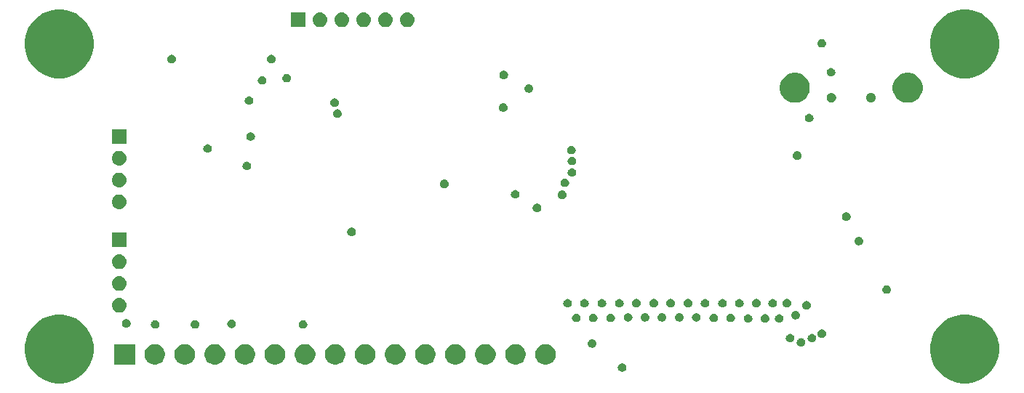
<source format=gbs>
G04 #@! TF.GenerationSoftware,KiCad,Pcbnew,(5.0.1)-3*
G04 #@! TF.CreationDate,2019-01-04T23:11:44-08:00*
G04 #@! TF.ProjectId,croptop,63726F70746F702E6B696361645F7063,rev?*
G04 #@! TF.SameCoordinates,Original*
G04 #@! TF.FileFunction,Soldermask,Bot*
G04 #@! TF.FilePolarity,Negative*
%FSLAX46Y46*%
G04 Gerber Fmt 4.6, Leading zero omitted, Abs format (unit mm)*
G04 Created by KiCad (PCBNEW (5.0.1)-3) date 1/4/2019 11:11:44 PM*
%MOMM*%
%LPD*%
G01*
G04 APERTURE LIST*
%ADD10C,0.100000*%
G04 APERTURE END LIST*
D10*
G36*
X177869484Y-133221766D02*
X178331757Y-133313718D01*
X179059710Y-133615246D01*
X179667391Y-134021285D01*
X179714854Y-134052999D01*
X180272001Y-134610146D01*
X180272003Y-134610149D01*
X180709754Y-135265290D01*
X181011282Y-135993243D01*
X181039803Y-136136627D01*
X181158146Y-136731574D01*
X181165000Y-136766034D01*
X181165000Y-137553966D01*
X181011282Y-138326757D01*
X180709754Y-139054710D01*
X180374912Y-139555837D01*
X180272001Y-139709854D01*
X179714854Y-140267001D01*
X179714851Y-140267003D01*
X179059710Y-140704754D01*
X178331757Y-141006282D01*
X177558967Y-141160000D01*
X176771033Y-141160000D01*
X175998243Y-141006282D01*
X175270290Y-140704754D01*
X174615149Y-140267003D01*
X174615146Y-140267001D01*
X174057999Y-139709854D01*
X173955088Y-139555837D01*
X173620246Y-139054710D01*
X173318718Y-138326757D01*
X173165000Y-137553966D01*
X173165000Y-136766034D01*
X173171855Y-136731574D01*
X173290197Y-136136627D01*
X173318718Y-135993243D01*
X173620246Y-135265290D01*
X174057997Y-134610149D01*
X174057999Y-134610146D01*
X174615146Y-134052999D01*
X174662609Y-134021285D01*
X175270290Y-133615246D01*
X175998243Y-133313718D01*
X176460516Y-133221766D01*
X176771033Y-133160000D01*
X177558967Y-133160000D01*
X177869484Y-133221766D01*
X177869484Y-133221766D01*
G37*
G36*
X72459484Y-133221766D02*
X72921757Y-133313718D01*
X73649710Y-133615246D01*
X74257391Y-134021285D01*
X74304854Y-134052999D01*
X74862001Y-134610146D01*
X74862003Y-134610149D01*
X75299754Y-135265290D01*
X75601282Y-135993243D01*
X75629803Y-136136627D01*
X75748146Y-136731574D01*
X75755000Y-136766034D01*
X75755000Y-137553966D01*
X75601282Y-138326757D01*
X75299754Y-139054710D01*
X74964912Y-139555837D01*
X74862001Y-139709854D01*
X74304854Y-140267001D01*
X74304851Y-140267003D01*
X73649710Y-140704754D01*
X72921757Y-141006282D01*
X72148967Y-141160000D01*
X71361033Y-141160000D01*
X70588243Y-141006282D01*
X69860290Y-140704754D01*
X69205149Y-140267003D01*
X69205146Y-140267001D01*
X68647999Y-139709854D01*
X68545088Y-139555837D01*
X68210246Y-139054710D01*
X67908718Y-138326757D01*
X67755000Y-137553966D01*
X67755000Y-136766034D01*
X67761855Y-136731574D01*
X67880197Y-136136627D01*
X67908718Y-135993243D01*
X68210246Y-135265290D01*
X68647997Y-134610149D01*
X68647999Y-134610146D01*
X69205146Y-134052999D01*
X69252609Y-134021285D01*
X69860290Y-133615246D01*
X70588243Y-133313718D01*
X71050516Y-133221766D01*
X71361033Y-133160000D01*
X72148967Y-133160000D01*
X72459484Y-133221766D01*
X72459484Y-133221766D01*
G37*
G36*
X137432845Y-138838215D02*
X137523839Y-138875906D01*
X137604640Y-138929896D01*
X137605734Y-138930627D01*
X137675373Y-139000266D01*
X137675375Y-139000269D01*
X137711752Y-139054710D01*
X137730095Y-139082163D01*
X137767785Y-139173155D01*
X137787000Y-139269755D01*
X137787000Y-139368245D01*
X137767785Y-139464845D01*
X137730095Y-139555837D01*
X137675373Y-139637734D01*
X137605734Y-139707373D01*
X137605731Y-139707375D01*
X137523839Y-139762094D01*
X137432845Y-139799785D01*
X137336246Y-139819000D01*
X137237754Y-139819000D01*
X137141155Y-139799785D01*
X137050161Y-139762094D01*
X136968269Y-139707375D01*
X136968266Y-139707373D01*
X136898627Y-139637734D01*
X136843905Y-139555837D01*
X136806215Y-139464845D01*
X136787000Y-139368245D01*
X136787000Y-139269755D01*
X136806215Y-139173155D01*
X136843905Y-139082163D01*
X136862249Y-139054710D01*
X136898625Y-139000269D01*
X136898627Y-139000266D01*
X136968266Y-138930627D01*
X136969360Y-138929896D01*
X137050161Y-138875906D01*
X137141155Y-138838215D01*
X137237754Y-138819000D01*
X137336246Y-138819000D01*
X137432845Y-138838215D01*
X137432845Y-138838215D01*
G37*
G36*
X104225026Y-136641115D02*
X104443412Y-136731573D01*
X104639958Y-136862901D01*
X104807099Y-137030042D01*
X104938427Y-137226588D01*
X105028885Y-137444974D01*
X105075000Y-137676809D01*
X105075000Y-137913191D01*
X105028885Y-138145026D01*
X104938427Y-138363412D01*
X104807099Y-138559958D01*
X104639958Y-138727099D01*
X104443412Y-138858427D01*
X104225026Y-138948885D01*
X103993191Y-138995000D01*
X103756809Y-138995000D01*
X103524974Y-138948885D01*
X103306588Y-138858427D01*
X103110042Y-138727099D01*
X102942901Y-138559958D01*
X102811573Y-138363412D01*
X102721115Y-138145026D01*
X102675000Y-137913191D01*
X102675000Y-137676809D01*
X102721115Y-137444974D01*
X102811573Y-137226588D01*
X102942901Y-137030042D01*
X103110042Y-136862901D01*
X103306588Y-136731573D01*
X103524974Y-136641115D01*
X103756809Y-136595000D01*
X103993191Y-136595000D01*
X104225026Y-136641115D01*
X104225026Y-136641115D01*
G37*
G36*
X80575000Y-138995000D02*
X78175000Y-138995000D01*
X78175000Y-136595000D01*
X80575000Y-136595000D01*
X80575000Y-138995000D01*
X80575000Y-138995000D01*
G37*
G36*
X83225026Y-136641115D02*
X83443412Y-136731573D01*
X83639958Y-136862901D01*
X83807099Y-137030042D01*
X83938427Y-137226588D01*
X84028885Y-137444974D01*
X84075000Y-137676809D01*
X84075000Y-137913191D01*
X84028885Y-138145026D01*
X83938427Y-138363412D01*
X83807099Y-138559958D01*
X83639958Y-138727099D01*
X83443412Y-138858427D01*
X83225026Y-138948885D01*
X82993191Y-138995000D01*
X82756809Y-138995000D01*
X82524974Y-138948885D01*
X82306588Y-138858427D01*
X82110042Y-138727099D01*
X81942901Y-138559958D01*
X81811573Y-138363412D01*
X81721115Y-138145026D01*
X81675000Y-137913191D01*
X81675000Y-137676809D01*
X81721115Y-137444974D01*
X81811573Y-137226588D01*
X81942901Y-137030042D01*
X82110042Y-136862901D01*
X82306588Y-136731573D01*
X82524974Y-136641115D01*
X82756809Y-136595000D01*
X82993191Y-136595000D01*
X83225026Y-136641115D01*
X83225026Y-136641115D01*
G37*
G36*
X86725026Y-136641115D02*
X86943412Y-136731573D01*
X87139958Y-136862901D01*
X87307099Y-137030042D01*
X87438427Y-137226588D01*
X87528885Y-137444974D01*
X87575000Y-137676809D01*
X87575000Y-137913191D01*
X87528885Y-138145026D01*
X87438427Y-138363412D01*
X87307099Y-138559958D01*
X87139958Y-138727099D01*
X86943412Y-138858427D01*
X86725026Y-138948885D01*
X86493191Y-138995000D01*
X86256809Y-138995000D01*
X86024974Y-138948885D01*
X85806588Y-138858427D01*
X85610042Y-138727099D01*
X85442901Y-138559958D01*
X85311573Y-138363412D01*
X85221115Y-138145026D01*
X85175000Y-137913191D01*
X85175000Y-137676809D01*
X85221115Y-137444974D01*
X85311573Y-137226588D01*
X85442901Y-137030042D01*
X85610042Y-136862901D01*
X85806588Y-136731573D01*
X86024974Y-136641115D01*
X86256809Y-136595000D01*
X86493191Y-136595000D01*
X86725026Y-136641115D01*
X86725026Y-136641115D01*
G37*
G36*
X90225026Y-136641115D02*
X90443412Y-136731573D01*
X90639958Y-136862901D01*
X90807099Y-137030042D01*
X90938427Y-137226588D01*
X91028885Y-137444974D01*
X91075000Y-137676809D01*
X91075000Y-137913191D01*
X91028885Y-138145026D01*
X90938427Y-138363412D01*
X90807099Y-138559958D01*
X90639958Y-138727099D01*
X90443412Y-138858427D01*
X90225026Y-138948885D01*
X89993191Y-138995000D01*
X89756809Y-138995000D01*
X89524974Y-138948885D01*
X89306588Y-138858427D01*
X89110042Y-138727099D01*
X88942901Y-138559958D01*
X88811573Y-138363412D01*
X88721115Y-138145026D01*
X88675000Y-137913191D01*
X88675000Y-137676809D01*
X88721115Y-137444974D01*
X88811573Y-137226588D01*
X88942901Y-137030042D01*
X89110042Y-136862901D01*
X89306588Y-136731573D01*
X89524974Y-136641115D01*
X89756809Y-136595000D01*
X89993191Y-136595000D01*
X90225026Y-136641115D01*
X90225026Y-136641115D01*
G37*
G36*
X93725026Y-136641115D02*
X93943412Y-136731573D01*
X94139958Y-136862901D01*
X94307099Y-137030042D01*
X94438427Y-137226588D01*
X94528885Y-137444974D01*
X94575000Y-137676809D01*
X94575000Y-137913191D01*
X94528885Y-138145026D01*
X94438427Y-138363412D01*
X94307099Y-138559958D01*
X94139958Y-138727099D01*
X93943412Y-138858427D01*
X93725026Y-138948885D01*
X93493191Y-138995000D01*
X93256809Y-138995000D01*
X93024974Y-138948885D01*
X92806588Y-138858427D01*
X92610042Y-138727099D01*
X92442901Y-138559958D01*
X92311573Y-138363412D01*
X92221115Y-138145026D01*
X92175000Y-137913191D01*
X92175000Y-137676809D01*
X92221115Y-137444974D01*
X92311573Y-137226588D01*
X92442901Y-137030042D01*
X92610042Y-136862901D01*
X92806588Y-136731573D01*
X93024974Y-136641115D01*
X93256809Y-136595000D01*
X93493191Y-136595000D01*
X93725026Y-136641115D01*
X93725026Y-136641115D01*
G37*
G36*
X97225026Y-136641115D02*
X97443412Y-136731573D01*
X97639958Y-136862901D01*
X97807099Y-137030042D01*
X97938427Y-137226588D01*
X98028885Y-137444974D01*
X98075000Y-137676809D01*
X98075000Y-137913191D01*
X98028885Y-138145026D01*
X97938427Y-138363412D01*
X97807099Y-138559958D01*
X97639958Y-138727099D01*
X97443412Y-138858427D01*
X97225026Y-138948885D01*
X96993191Y-138995000D01*
X96756809Y-138995000D01*
X96524974Y-138948885D01*
X96306588Y-138858427D01*
X96110042Y-138727099D01*
X95942901Y-138559958D01*
X95811573Y-138363412D01*
X95721115Y-138145026D01*
X95675000Y-137913191D01*
X95675000Y-137676809D01*
X95721115Y-137444974D01*
X95811573Y-137226588D01*
X95942901Y-137030042D01*
X96110042Y-136862901D01*
X96306588Y-136731573D01*
X96524974Y-136641115D01*
X96756809Y-136595000D01*
X96993191Y-136595000D01*
X97225026Y-136641115D01*
X97225026Y-136641115D01*
G37*
G36*
X100725026Y-136641115D02*
X100943412Y-136731573D01*
X101139958Y-136862901D01*
X101307099Y-137030042D01*
X101438427Y-137226588D01*
X101528885Y-137444974D01*
X101575000Y-137676809D01*
X101575000Y-137913191D01*
X101528885Y-138145026D01*
X101438427Y-138363412D01*
X101307099Y-138559958D01*
X101139958Y-138727099D01*
X100943412Y-138858427D01*
X100725026Y-138948885D01*
X100493191Y-138995000D01*
X100256809Y-138995000D01*
X100024974Y-138948885D01*
X99806588Y-138858427D01*
X99610042Y-138727099D01*
X99442901Y-138559958D01*
X99311573Y-138363412D01*
X99221115Y-138145026D01*
X99175000Y-137913191D01*
X99175000Y-137676809D01*
X99221115Y-137444974D01*
X99311573Y-137226588D01*
X99442901Y-137030042D01*
X99610042Y-136862901D01*
X99806588Y-136731573D01*
X100024974Y-136641115D01*
X100256809Y-136595000D01*
X100493191Y-136595000D01*
X100725026Y-136641115D01*
X100725026Y-136641115D01*
G37*
G36*
X107725026Y-136641115D02*
X107943412Y-136731573D01*
X108139958Y-136862901D01*
X108307099Y-137030042D01*
X108438427Y-137226588D01*
X108528885Y-137444974D01*
X108575000Y-137676809D01*
X108575000Y-137913191D01*
X108528885Y-138145026D01*
X108438427Y-138363412D01*
X108307099Y-138559958D01*
X108139958Y-138727099D01*
X107943412Y-138858427D01*
X107725026Y-138948885D01*
X107493191Y-138995000D01*
X107256809Y-138995000D01*
X107024974Y-138948885D01*
X106806588Y-138858427D01*
X106610042Y-138727099D01*
X106442901Y-138559958D01*
X106311573Y-138363412D01*
X106221115Y-138145026D01*
X106175000Y-137913191D01*
X106175000Y-137676809D01*
X106221115Y-137444974D01*
X106311573Y-137226588D01*
X106442901Y-137030042D01*
X106610042Y-136862901D01*
X106806588Y-136731573D01*
X107024974Y-136641115D01*
X107256809Y-136595000D01*
X107493191Y-136595000D01*
X107725026Y-136641115D01*
X107725026Y-136641115D01*
G37*
G36*
X111225026Y-136641115D02*
X111443412Y-136731573D01*
X111639958Y-136862901D01*
X111807099Y-137030042D01*
X111938427Y-137226588D01*
X112028885Y-137444974D01*
X112075000Y-137676809D01*
X112075000Y-137913191D01*
X112028885Y-138145026D01*
X111938427Y-138363412D01*
X111807099Y-138559958D01*
X111639958Y-138727099D01*
X111443412Y-138858427D01*
X111225026Y-138948885D01*
X110993191Y-138995000D01*
X110756809Y-138995000D01*
X110524974Y-138948885D01*
X110306588Y-138858427D01*
X110110042Y-138727099D01*
X109942901Y-138559958D01*
X109811573Y-138363412D01*
X109721115Y-138145026D01*
X109675000Y-137913191D01*
X109675000Y-137676809D01*
X109721115Y-137444974D01*
X109811573Y-137226588D01*
X109942901Y-137030042D01*
X110110042Y-136862901D01*
X110306588Y-136731573D01*
X110524974Y-136641115D01*
X110756809Y-136595000D01*
X110993191Y-136595000D01*
X111225026Y-136641115D01*
X111225026Y-136641115D01*
G37*
G36*
X114725026Y-136641115D02*
X114943412Y-136731573D01*
X115139958Y-136862901D01*
X115307099Y-137030042D01*
X115438427Y-137226588D01*
X115528885Y-137444974D01*
X115575000Y-137676809D01*
X115575000Y-137913191D01*
X115528885Y-138145026D01*
X115438427Y-138363412D01*
X115307099Y-138559958D01*
X115139958Y-138727099D01*
X114943412Y-138858427D01*
X114725026Y-138948885D01*
X114493191Y-138995000D01*
X114256809Y-138995000D01*
X114024974Y-138948885D01*
X113806588Y-138858427D01*
X113610042Y-138727099D01*
X113442901Y-138559958D01*
X113311573Y-138363412D01*
X113221115Y-138145026D01*
X113175000Y-137913191D01*
X113175000Y-137676809D01*
X113221115Y-137444974D01*
X113311573Y-137226588D01*
X113442901Y-137030042D01*
X113610042Y-136862901D01*
X113806588Y-136731573D01*
X114024974Y-136641115D01*
X114256809Y-136595000D01*
X114493191Y-136595000D01*
X114725026Y-136641115D01*
X114725026Y-136641115D01*
G37*
G36*
X118225026Y-136641115D02*
X118443412Y-136731573D01*
X118639958Y-136862901D01*
X118807099Y-137030042D01*
X118938427Y-137226588D01*
X119028885Y-137444974D01*
X119075000Y-137676809D01*
X119075000Y-137913191D01*
X119028885Y-138145026D01*
X118938427Y-138363412D01*
X118807099Y-138559958D01*
X118639958Y-138727099D01*
X118443412Y-138858427D01*
X118225026Y-138948885D01*
X117993191Y-138995000D01*
X117756809Y-138995000D01*
X117524974Y-138948885D01*
X117306588Y-138858427D01*
X117110042Y-138727099D01*
X116942901Y-138559958D01*
X116811573Y-138363412D01*
X116721115Y-138145026D01*
X116675000Y-137913191D01*
X116675000Y-137676809D01*
X116721115Y-137444974D01*
X116811573Y-137226588D01*
X116942901Y-137030042D01*
X117110042Y-136862901D01*
X117306588Y-136731573D01*
X117524974Y-136641115D01*
X117756809Y-136595000D01*
X117993191Y-136595000D01*
X118225026Y-136641115D01*
X118225026Y-136641115D01*
G37*
G36*
X121725026Y-136641115D02*
X121943412Y-136731573D01*
X122139958Y-136862901D01*
X122307099Y-137030042D01*
X122438427Y-137226588D01*
X122528885Y-137444974D01*
X122575000Y-137676809D01*
X122575000Y-137913191D01*
X122528885Y-138145026D01*
X122438427Y-138363412D01*
X122307099Y-138559958D01*
X122139958Y-138727099D01*
X121943412Y-138858427D01*
X121725026Y-138948885D01*
X121493191Y-138995000D01*
X121256809Y-138995000D01*
X121024974Y-138948885D01*
X120806588Y-138858427D01*
X120610042Y-138727099D01*
X120442901Y-138559958D01*
X120311573Y-138363412D01*
X120221115Y-138145026D01*
X120175000Y-137913191D01*
X120175000Y-137676809D01*
X120221115Y-137444974D01*
X120311573Y-137226588D01*
X120442901Y-137030042D01*
X120610042Y-136862901D01*
X120806588Y-136731573D01*
X121024974Y-136641115D01*
X121256809Y-136595000D01*
X121493191Y-136595000D01*
X121725026Y-136641115D01*
X121725026Y-136641115D01*
G37*
G36*
X125225026Y-136641115D02*
X125443412Y-136731573D01*
X125639958Y-136862901D01*
X125807099Y-137030042D01*
X125938427Y-137226588D01*
X126028885Y-137444974D01*
X126075000Y-137676809D01*
X126075000Y-137913191D01*
X126028885Y-138145026D01*
X125938427Y-138363412D01*
X125807099Y-138559958D01*
X125639958Y-138727099D01*
X125443412Y-138858427D01*
X125225026Y-138948885D01*
X124993191Y-138995000D01*
X124756809Y-138995000D01*
X124524974Y-138948885D01*
X124306588Y-138858427D01*
X124110042Y-138727099D01*
X123942901Y-138559958D01*
X123811573Y-138363412D01*
X123721115Y-138145026D01*
X123675000Y-137913191D01*
X123675000Y-137676809D01*
X123721115Y-137444974D01*
X123811573Y-137226588D01*
X123942901Y-137030042D01*
X124110042Y-136862901D01*
X124306588Y-136731573D01*
X124524974Y-136641115D01*
X124756809Y-136595000D01*
X124993191Y-136595000D01*
X125225026Y-136641115D01*
X125225026Y-136641115D01*
G37*
G36*
X128725026Y-136641115D02*
X128943412Y-136731573D01*
X129139958Y-136862901D01*
X129307099Y-137030042D01*
X129438427Y-137226588D01*
X129528885Y-137444974D01*
X129575000Y-137676809D01*
X129575000Y-137913191D01*
X129528885Y-138145026D01*
X129438427Y-138363412D01*
X129307099Y-138559958D01*
X129139958Y-138727099D01*
X128943412Y-138858427D01*
X128725026Y-138948885D01*
X128493191Y-138995000D01*
X128256809Y-138995000D01*
X128024974Y-138948885D01*
X127806588Y-138858427D01*
X127610042Y-138727099D01*
X127442901Y-138559958D01*
X127311573Y-138363412D01*
X127221115Y-138145026D01*
X127175000Y-137913191D01*
X127175000Y-137676809D01*
X127221115Y-137444974D01*
X127311573Y-137226588D01*
X127442901Y-137030042D01*
X127610042Y-136862901D01*
X127806588Y-136731573D01*
X128024974Y-136641115D01*
X128256809Y-136595000D01*
X128493191Y-136595000D01*
X128725026Y-136641115D01*
X128725026Y-136641115D01*
G37*
G36*
X133940345Y-136044215D02*
X134024966Y-136079266D01*
X134031339Y-136081906D01*
X134098582Y-136126837D01*
X134113234Y-136136627D01*
X134182873Y-136206266D01*
X134237595Y-136288163D01*
X134262693Y-136348755D01*
X134275285Y-136379155D01*
X134294500Y-136475754D01*
X134294500Y-136574246D01*
X134275285Y-136670845D01*
X134237594Y-136761839D01*
X134234791Y-136766034D01*
X134182873Y-136843734D01*
X134113234Y-136913373D01*
X134113231Y-136913375D01*
X134031339Y-136968094D01*
X133940345Y-137005785D01*
X133843746Y-137025000D01*
X133745254Y-137025000D01*
X133648655Y-137005785D01*
X133557661Y-136968094D01*
X133475769Y-136913375D01*
X133475766Y-136913373D01*
X133406127Y-136843734D01*
X133354209Y-136766034D01*
X133351406Y-136761839D01*
X133313715Y-136670845D01*
X133294500Y-136574246D01*
X133294500Y-136475754D01*
X133313715Y-136379155D01*
X133326307Y-136348755D01*
X133351405Y-136288163D01*
X133406127Y-136206266D01*
X133475766Y-136136627D01*
X133490418Y-136126837D01*
X133557661Y-136081906D01*
X133564035Y-136079266D01*
X133648655Y-136044215D01*
X133745254Y-136025000D01*
X133843746Y-136025000D01*
X133940345Y-136044215D01*
X133940345Y-136044215D01*
G37*
G36*
X158260845Y-135917215D02*
X158314033Y-135939246D01*
X158351839Y-135954906D01*
X158409214Y-135993243D01*
X158433734Y-136009627D01*
X158503373Y-136079266D01*
X158503375Y-136079269D01*
X158558094Y-136161161D01*
X158595785Y-136252155D01*
X158602948Y-136288163D01*
X158615000Y-136348755D01*
X158615000Y-136447245D01*
X158595785Y-136543845D01*
X158583193Y-136574246D01*
X158558094Y-136634839D01*
X158534035Y-136670845D01*
X158503373Y-136716734D01*
X158433734Y-136786373D01*
X158433731Y-136786375D01*
X158351839Y-136841094D01*
X158351838Y-136841095D01*
X158351837Y-136841095D01*
X158299197Y-136862899D01*
X158260845Y-136878785D01*
X158164246Y-136898000D01*
X158065754Y-136898000D01*
X157969155Y-136878785D01*
X157930803Y-136862899D01*
X157878163Y-136841095D01*
X157878162Y-136841095D01*
X157878161Y-136841094D01*
X157796269Y-136786375D01*
X157796266Y-136786373D01*
X157726627Y-136716734D01*
X157695965Y-136670845D01*
X157671906Y-136634839D01*
X157646808Y-136574246D01*
X157634215Y-136543845D01*
X157615000Y-136447245D01*
X157615000Y-136348755D01*
X157627053Y-136288163D01*
X157634215Y-136252155D01*
X157671906Y-136161161D01*
X157726625Y-136079269D01*
X157726627Y-136079266D01*
X157796266Y-136009627D01*
X157820786Y-135993243D01*
X157878161Y-135954906D01*
X157915968Y-135939246D01*
X157969155Y-135917215D01*
X158065754Y-135898000D01*
X158164246Y-135898000D01*
X158260845Y-135917215D01*
X158260845Y-135917215D01*
G37*
G36*
X159530845Y-135409215D02*
X159584033Y-135431246D01*
X159621839Y-135446906D01*
X159702640Y-135500896D01*
X159703734Y-135501627D01*
X159773373Y-135571266D01*
X159773375Y-135571269D01*
X159828094Y-135653161D01*
X159865785Y-135744155D01*
X159885000Y-135840754D01*
X159885000Y-135939246D01*
X159865785Y-136035845D01*
X159828094Y-136126839D01*
X159805159Y-136161163D01*
X159773373Y-136208734D01*
X159703734Y-136278373D01*
X159703731Y-136278375D01*
X159621839Y-136333094D01*
X159621838Y-136333095D01*
X159621837Y-136333095D01*
X159584030Y-136348755D01*
X159530845Y-136370785D01*
X159434246Y-136390000D01*
X159335754Y-136390000D01*
X159239155Y-136370785D01*
X159185970Y-136348755D01*
X159148163Y-136333095D01*
X159148162Y-136333095D01*
X159148161Y-136333094D01*
X159066269Y-136278375D01*
X159066266Y-136278373D01*
X158996627Y-136208734D01*
X158964841Y-136161163D01*
X158941906Y-136126839D01*
X158904215Y-136035845D01*
X158885000Y-135939246D01*
X158885000Y-135840754D01*
X158904215Y-135744155D01*
X158941906Y-135653161D01*
X158996625Y-135571269D01*
X158996627Y-135571266D01*
X159066266Y-135501627D01*
X159067360Y-135500896D01*
X159148161Y-135446906D01*
X159185968Y-135431246D01*
X159239155Y-135409215D01*
X159335754Y-135390000D01*
X159434246Y-135390000D01*
X159530845Y-135409215D01*
X159530845Y-135409215D01*
G37*
G36*
X156990845Y-135409215D02*
X157044033Y-135431246D01*
X157081839Y-135446906D01*
X157162640Y-135500896D01*
X157163734Y-135501627D01*
X157233373Y-135571266D01*
X157233375Y-135571269D01*
X157288094Y-135653161D01*
X157325785Y-135744155D01*
X157345000Y-135840754D01*
X157345000Y-135939246D01*
X157325785Y-136035845D01*
X157288094Y-136126839D01*
X157265159Y-136161163D01*
X157233373Y-136208734D01*
X157163734Y-136278373D01*
X157163731Y-136278375D01*
X157081839Y-136333094D01*
X157081838Y-136333095D01*
X157081837Y-136333095D01*
X157044030Y-136348755D01*
X156990845Y-136370785D01*
X156894246Y-136390000D01*
X156795754Y-136390000D01*
X156699155Y-136370785D01*
X156645970Y-136348755D01*
X156608163Y-136333095D01*
X156608162Y-136333095D01*
X156608161Y-136333094D01*
X156526269Y-136278375D01*
X156526266Y-136278373D01*
X156456627Y-136208734D01*
X156424841Y-136161163D01*
X156401906Y-136126839D01*
X156364215Y-136035845D01*
X156345000Y-135939246D01*
X156345000Y-135840754D01*
X156364215Y-135744155D01*
X156401906Y-135653161D01*
X156456625Y-135571269D01*
X156456627Y-135571266D01*
X156526266Y-135501627D01*
X156527360Y-135500896D01*
X156608161Y-135446906D01*
X156645968Y-135431246D01*
X156699155Y-135409215D01*
X156795754Y-135390000D01*
X156894246Y-135390000D01*
X156990845Y-135409215D01*
X156990845Y-135409215D01*
G37*
G36*
X160673845Y-134901215D02*
X160764839Y-134938906D01*
X160845640Y-134992896D01*
X160846734Y-134993627D01*
X160916373Y-135063266D01*
X160916375Y-135063269D01*
X160971094Y-135145161D01*
X161008785Y-135236155D01*
X161028000Y-135332754D01*
X161028000Y-135431246D01*
X161008785Y-135527845D01*
X160971094Y-135618839D01*
X160948159Y-135653163D01*
X160916373Y-135700734D01*
X160846734Y-135770373D01*
X160846731Y-135770375D01*
X160764839Y-135825094D01*
X160764838Y-135825095D01*
X160764837Y-135825095D01*
X160727030Y-135840755D01*
X160673845Y-135862785D01*
X160577246Y-135882000D01*
X160478754Y-135882000D01*
X160382155Y-135862785D01*
X160328970Y-135840755D01*
X160291163Y-135825095D01*
X160291162Y-135825095D01*
X160291161Y-135825094D01*
X160209269Y-135770375D01*
X160209266Y-135770373D01*
X160139627Y-135700734D01*
X160107841Y-135653163D01*
X160084906Y-135618839D01*
X160047215Y-135527845D01*
X160028000Y-135431246D01*
X160028000Y-135332754D01*
X160047215Y-135236155D01*
X160084906Y-135145161D01*
X160139625Y-135063269D01*
X160139627Y-135063266D01*
X160209266Y-134993627D01*
X160210360Y-134992896D01*
X160291161Y-134938906D01*
X160382155Y-134901215D01*
X160478754Y-134882000D01*
X160577246Y-134882000D01*
X160673845Y-134901215D01*
X160673845Y-134901215D01*
G37*
G36*
X83076845Y-133821715D02*
X83161466Y-133856766D01*
X83167839Y-133859406D01*
X83176769Y-133865373D01*
X83249734Y-133914127D01*
X83319373Y-133983766D01*
X83319375Y-133983769D01*
X83344443Y-134021285D01*
X83374095Y-134065663D01*
X83399193Y-134126255D01*
X83411785Y-134156655D01*
X83431000Y-134253254D01*
X83431000Y-134351746D01*
X83411785Y-134448345D01*
X83374094Y-134539339D01*
X83357701Y-134563873D01*
X83319373Y-134621234D01*
X83249734Y-134690873D01*
X83249731Y-134690875D01*
X83167839Y-134745594D01*
X83076845Y-134783285D01*
X82980246Y-134802500D01*
X82881754Y-134802500D01*
X82785155Y-134783285D01*
X82694161Y-134745594D01*
X82612269Y-134690875D01*
X82612266Y-134690873D01*
X82542627Y-134621234D01*
X82504299Y-134563873D01*
X82487906Y-134539339D01*
X82450215Y-134448345D01*
X82431000Y-134351746D01*
X82431000Y-134253254D01*
X82450215Y-134156655D01*
X82462807Y-134126255D01*
X82487905Y-134065663D01*
X82517558Y-134021285D01*
X82542625Y-133983769D01*
X82542627Y-133983766D01*
X82612266Y-133914127D01*
X82685231Y-133865373D01*
X82694161Y-133859406D01*
X82700535Y-133856766D01*
X82785155Y-133821715D01*
X82881754Y-133802500D01*
X82980246Y-133802500D01*
X83076845Y-133821715D01*
X83076845Y-133821715D01*
G37*
G36*
X87712345Y-133821715D02*
X87796966Y-133856766D01*
X87803339Y-133859406D01*
X87812269Y-133865373D01*
X87885234Y-133914127D01*
X87954873Y-133983766D01*
X87954875Y-133983769D01*
X87979943Y-134021285D01*
X88009595Y-134065663D01*
X88034693Y-134126255D01*
X88047285Y-134156655D01*
X88066500Y-134253254D01*
X88066500Y-134351746D01*
X88047285Y-134448345D01*
X88009594Y-134539339D01*
X87993201Y-134563873D01*
X87954873Y-134621234D01*
X87885234Y-134690873D01*
X87885231Y-134690875D01*
X87803339Y-134745594D01*
X87712345Y-134783285D01*
X87615746Y-134802500D01*
X87517254Y-134802500D01*
X87420655Y-134783285D01*
X87329661Y-134745594D01*
X87247769Y-134690875D01*
X87247766Y-134690873D01*
X87178127Y-134621234D01*
X87139799Y-134563873D01*
X87123406Y-134539339D01*
X87085715Y-134448345D01*
X87066500Y-134351746D01*
X87066500Y-134253254D01*
X87085715Y-134156655D01*
X87098307Y-134126255D01*
X87123405Y-134065663D01*
X87153058Y-134021285D01*
X87178125Y-133983769D01*
X87178127Y-133983766D01*
X87247766Y-133914127D01*
X87320731Y-133865373D01*
X87329661Y-133859406D01*
X87336035Y-133856766D01*
X87420655Y-133821715D01*
X87517254Y-133802500D01*
X87615746Y-133802500D01*
X87712345Y-133821715D01*
X87712345Y-133821715D01*
G37*
G36*
X100285345Y-133821715D02*
X100369966Y-133856766D01*
X100376339Y-133859406D01*
X100385269Y-133865373D01*
X100458234Y-133914127D01*
X100527873Y-133983766D01*
X100527875Y-133983769D01*
X100552943Y-134021285D01*
X100582595Y-134065663D01*
X100607693Y-134126255D01*
X100620285Y-134156655D01*
X100639500Y-134253254D01*
X100639500Y-134351746D01*
X100620285Y-134448345D01*
X100582594Y-134539339D01*
X100566201Y-134563873D01*
X100527873Y-134621234D01*
X100458234Y-134690873D01*
X100458231Y-134690875D01*
X100376339Y-134745594D01*
X100285345Y-134783285D01*
X100188746Y-134802500D01*
X100090254Y-134802500D01*
X99993655Y-134783285D01*
X99902661Y-134745594D01*
X99820769Y-134690875D01*
X99820766Y-134690873D01*
X99751127Y-134621234D01*
X99712799Y-134563873D01*
X99696406Y-134539339D01*
X99658715Y-134448345D01*
X99639500Y-134351746D01*
X99639500Y-134253254D01*
X99658715Y-134156655D01*
X99671307Y-134126255D01*
X99696405Y-134065663D01*
X99726058Y-134021285D01*
X99751125Y-133983769D01*
X99751127Y-133983766D01*
X99820766Y-133914127D01*
X99893731Y-133865373D01*
X99902661Y-133859406D01*
X99909035Y-133856766D01*
X99993655Y-133821715D01*
X100090254Y-133802500D01*
X100188746Y-133802500D01*
X100285345Y-133821715D01*
X100285345Y-133821715D01*
G37*
G36*
X91966845Y-133758215D02*
X92013015Y-133777339D01*
X92057839Y-133795906D01*
X92125082Y-133840837D01*
X92139734Y-133850627D01*
X92209373Y-133920266D01*
X92209375Y-133920269D01*
X92251805Y-133983769D01*
X92264095Y-134002163D01*
X92301785Y-134093155D01*
X92321000Y-134189755D01*
X92321000Y-134288245D01*
X92301785Y-134384845D01*
X92275483Y-134448345D01*
X92264094Y-134475839D01*
X92221666Y-134539337D01*
X92209373Y-134557734D01*
X92139734Y-134627373D01*
X92139731Y-134627375D01*
X92057839Y-134682094D01*
X91966845Y-134719785D01*
X91870246Y-134739000D01*
X91771754Y-134739000D01*
X91675155Y-134719785D01*
X91584161Y-134682094D01*
X91502269Y-134627375D01*
X91502266Y-134627373D01*
X91432627Y-134557734D01*
X91420334Y-134539337D01*
X91377906Y-134475839D01*
X91366518Y-134448345D01*
X91340215Y-134384845D01*
X91321000Y-134288245D01*
X91321000Y-134189755D01*
X91340215Y-134093155D01*
X91377905Y-134002163D01*
X91390196Y-133983769D01*
X91432625Y-133920269D01*
X91432627Y-133920266D01*
X91502266Y-133850627D01*
X91516918Y-133840837D01*
X91584161Y-133795906D01*
X91628986Y-133777339D01*
X91675155Y-133758215D01*
X91771754Y-133739000D01*
X91870246Y-133739000D01*
X91966845Y-133758215D01*
X91966845Y-133758215D01*
G37*
G36*
X79711345Y-133694715D02*
X79757515Y-133713839D01*
X79802339Y-133732406D01*
X79869582Y-133777337D01*
X79884234Y-133787127D01*
X79953873Y-133856766D01*
X79953875Y-133856769D01*
X79996305Y-133920269D01*
X80008595Y-133938663D01*
X80024475Y-133977000D01*
X80046285Y-134029655D01*
X80053448Y-134065663D01*
X80065500Y-134126255D01*
X80065500Y-134224745D01*
X80046285Y-134321345D01*
X80008595Y-134412337D01*
X79953873Y-134494234D01*
X79884234Y-134563873D01*
X79884231Y-134563875D01*
X79802339Y-134618594D01*
X79802338Y-134618595D01*
X79802337Y-134618595D01*
X79781145Y-134627373D01*
X79711345Y-134656285D01*
X79614746Y-134675500D01*
X79516254Y-134675500D01*
X79419655Y-134656285D01*
X79349855Y-134627373D01*
X79328663Y-134618595D01*
X79328662Y-134618595D01*
X79328661Y-134618594D01*
X79246769Y-134563875D01*
X79246766Y-134563873D01*
X79177127Y-134494234D01*
X79122405Y-134412337D01*
X79084715Y-134321345D01*
X79065500Y-134224745D01*
X79065500Y-134126255D01*
X79077553Y-134065663D01*
X79084715Y-134029655D01*
X79106525Y-133977000D01*
X79122405Y-133938663D01*
X79134696Y-133920269D01*
X79177125Y-133856769D01*
X79177127Y-133856766D01*
X79246766Y-133787127D01*
X79261418Y-133777337D01*
X79328661Y-133732406D01*
X79373486Y-133713839D01*
X79419655Y-133694715D01*
X79516254Y-133675500D01*
X79614746Y-133675500D01*
X79711345Y-133694715D01*
X79711345Y-133694715D01*
G37*
G36*
X155720845Y-133123215D02*
X155805466Y-133158266D01*
X155811839Y-133160906D01*
X155892640Y-133214896D01*
X155893734Y-133215627D01*
X155963373Y-133285266D01*
X156018095Y-133367163D01*
X156043193Y-133427755D01*
X156055785Y-133458155D01*
X156075000Y-133554754D01*
X156075000Y-133653246D01*
X156062947Y-133713839D01*
X156055785Y-133749845D01*
X156026016Y-133821715D01*
X156018094Y-133840839D01*
X156005688Y-133859405D01*
X155963373Y-133922734D01*
X155893734Y-133992373D01*
X155893731Y-133992375D01*
X155811839Y-134047094D01*
X155811838Y-134047095D01*
X155811837Y-134047095D01*
X155767010Y-134065663D01*
X155720845Y-134084785D01*
X155624246Y-134104000D01*
X155525754Y-134104000D01*
X155429155Y-134084785D01*
X155382990Y-134065663D01*
X155338163Y-134047095D01*
X155338162Y-134047095D01*
X155338161Y-134047094D01*
X155256269Y-133992375D01*
X155256266Y-133992373D01*
X155186627Y-133922734D01*
X155144312Y-133859405D01*
X155131906Y-133840839D01*
X155123985Y-133821715D01*
X155094215Y-133749845D01*
X155087053Y-133713839D01*
X155075000Y-133653246D01*
X155075000Y-133554754D01*
X155094215Y-133458155D01*
X155106807Y-133427755D01*
X155131905Y-133367163D01*
X155186627Y-133285266D01*
X155256266Y-133215627D01*
X155257360Y-133214896D01*
X155338161Y-133160906D01*
X155344535Y-133158266D01*
X155429155Y-133123215D01*
X155525754Y-133104000D01*
X155624246Y-133104000D01*
X155720845Y-133123215D01*
X155720845Y-133123215D01*
G37*
G36*
X154069845Y-133123215D02*
X154154466Y-133158266D01*
X154160839Y-133160906D01*
X154241640Y-133214896D01*
X154242734Y-133215627D01*
X154312373Y-133285266D01*
X154367095Y-133367163D01*
X154392193Y-133427755D01*
X154404785Y-133458155D01*
X154424000Y-133554754D01*
X154424000Y-133653246D01*
X154411947Y-133713839D01*
X154404785Y-133749845D01*
X154375016Y-133821715D01*
X154367094Y-133840839D01*
X154354688Y-133859405D01*
X154312373Y-133922734D01*
X154242734Y-133992373D01*
X154242731Y-133992375D01*
X154160839Y-134047094D01*
X154160838Y-134047095D01*
X154160837Y-134047095D01*
X154116010Y-134065663D01*
X154069845Y-134084785D01*
X153973246Y-134104000D01*
X153874754Y-134104000D01*
X153778155Y-134084785D01*
X153731990Y-134065663D01*
X153687163Y-134047095D01*
X153687162Y-134047095D01*
X153687161Y-134047094D01*
X153605269Y-133992375D01*
X153605266Y-133992373D01*
X153535627Y-133922734D01*
X153493312Y-133859405D01*
X153480906Y-133840839D01*
X153472985Y-133821715D01*
X153443215Y-133749845D01*
X153436053Y-133713839D01*
X153424000Y-133653246D01*
X153424000Y-133554754D01*
X153443215Y-133458155D01*
X153455807Y-133427755D01*
X153480905Y-133367163D01*
X153535627Y-133285266D01*
X153605266Y-133215627D01*
X153606360Y-133214896D01*
X153687161Y-133160906D01*
X153693535Y-133158266D01*
X153778155Y-133123215D01*
X153874754Y-133104000D01*
X153973246Y-133104000D01*
X154069845Y-133123215D01*
X154069845Y-133123215D01*
G37*
G36*
X152101345Y-133123215D02*
X152185966Y-133158266D01*
X152192339Y-133160906D01*
X152273140Y-133214896D01*
X152274234Y-133215627D01*
X152343873Y-133285266D01*
X152398595Y-133367163D01*
X152423693Y-133427755D01*
X152436285Y-133458155D01*
X152455500Y-133554754D01*
X152455500Y-133653246D01*
X152443447Y-133713839D01*
X152436285Y-133749845D01*
X152406516Y-133821715D01*
X152398594Y-133840839D01*
X152386188Y-133859405D01*
X152343873Y-133922734D01*
X152274234Y-133992373D01*
X152274231Y-133992375D01*
X152192339Y-134047094D01*
X152192338Y-134047095D01*
X152192337Y-134047095D01*
X152147510Y-134065663D01*
X152101345Y-134084785D01*
X152004746Y-134104000D01*
X151906254Y-134104000D01*
X151809655Y-134084785D01*
X151763490Y-134065663D01*
X151718663Y-134047095D01*
X151718662Y-134047095D01*
X151718661Y-134047094D01*
X151636769Y-133992375D01*
X151636766Y-133992373D01*
X151567127Y-133922734D01*
X151524812Y-133859405D01*
X151512406Y-133840839D01*
X151504485Y-133821715D01*
X151474715Y-133749845D01*
X151467553Y-133713839D01*
X151455500Y-133653246D01*
X151455500Y-133554754D01*
X151474715Y-133458155D01*
X151487307Y-133427755D01*
X151512405Y-133367163D01*
X151567127Y-133285266D01*
X151636766Y-133215627D01*
X151637860Y-133214896D01*
X151718661Y-133160906D01*
X151725035Y-133158266D01*
X151809655Y-133123215D01*
X151906254Y-133104000D01*
X152004746Y-133104000D01*
X152101345Y-133123215D01*
X152101345Y-133123215D01*
G37*
G36*
X150069345Y-133059715D02*
X150160339Y-133097406D01*
X150241140Y-133151396D01*
X150242234Y-133152127D01*
X150311873Y-133221766D01*
X150311875Y-133221769D01*
X150354305Y-133285269D01*
X150366595Y-133303663D01*
X150404285Y-133394655D01*
X150423500Y-133491255D01*
X150423500Y-133589745D01*
X150404285Y-133686345D01*
X150374516Y-133758215D01*
X150366594Y-133777339D01*
X150324166Y-133840837D01*
X150311873Y-133859234D01*
X150242234Y-133928873D01*
X150242231Y-133928875D01*
X150160339Y-133983594D01*
X150160338Y-133983595D01*
X150160337Y-133983595D01*
X150115510Y-134002163D01*
X150069345Y-134021285D01*
X149972746Y-134040500D01*
X149874254Y-134040500D01*
X149777655Y-134021285D01*
X149731490Y-134002163D01*
X149686663Y-133983595D01*
X149686662Y-133983595D01*
X149686661Y-133983594D01*
X149604769Y-133928875D01*
X149604766Y-133928873D01*
X149535127Y-133859234D01*
X149522834Y-133840837D01*
X149480406Y-133777339D01*
X149472485Y-133758215D01*
X149442715Y-133686345D01*
X149423500Y-133589745D01*
X149423500Y-133491255D01*
X149442715Y-133394655D01*
X149480405Y-133303663D01*
X149492696Y-133285269D01*
X149535125Y-133221769D01*
X149535127Y-133221766D01*
X149604766Y-133152127D01*
X149605860Y-133151396D01*
X149686661Y-133097406D01*
X149777655Y-133059715D01*
X149874254Y-133040500D01*
X149972746Y-133040500D01*
X150069345Y-133059715D01*
X150069345Y-133059715D01*
G37*
G36*
X148100845Y-133059715D02*
X148191839Y-133097406D01*
X148272640Y-133151396D01*
X148273734Y-133152127D01*
X148343373Y-133221766D01*
X148343375Y-133221769D01*
X148385805Y-133285269D01*
X148398095Y-133303663D01*
X148435785Y-133394655D01*
X148455000Y-133491255D01*
X148455000Y-133589745D01*
X148435785Y-133686345D01*
X148406016Y-133758215D01*
X148398094Y-133777339D01*
X148355666Y-133840837D01*
X148343373Y-133859234D01*
X148273734Y-133928873D01*
X148273731Y-133928875D01*
X148191839Y-133983594D01*
X148191838Y-133983595D01*
X148191837Y-133983595D01*
X148147010Y-134002163D01*
X148100845Y-134021285D01*
X148004246Y-134040500D01*
X147905754Y-134040500D01*
X147809155Y-134021285D01*
X147762990Y-134002163D01*
X147718163Y-133983595D01*
X147718162Y-133983595D01*
X147718161Y-133983594D01*
X147636269Y-133928875D01*
X147636266Y-133928873D01*
X147566627Y-133859234D01*
X147554334Y-133840837D01*
X147511906Y-133777339D01*
X147503985Y-133758215D01*
X147474215Y-133686345D01*
X147455000Y-133589745D01*
X147455000Y-133491255D01*
X147474215Y-133394655D01*
X147511905Y-133303663D01*
X147524196Y-133285269D01*
X147566625Y-133221769D01*
X147566627Y-133221766D01*
X147636266Y-133152127D01*
X147637360Y-133151396D01*
X147718161Y-133097406D01*
X147809155Y-133059715D01*
X147905754Y-133040500D01*
X148004246Y-133040500D01*
X148100845Y-133059715D01*
X148100845Y-133059715D01*
G37*
G36*
X136099345Y-133059715D02*
X136190339Y-133097406D01*
X136271140Y-133151396D01*
X136272234Y-133152127D01*
X136341873Y-133221766D01*
X136341875Y-133221769D01*
X136384305Y-133285269D01*
X136396595Y-133303663D01*
X136434285Y-133394655D01*
X136453500Y-133491255D01*
X136453500Y-133589745D01*
X136434285Y-133686345D01*
X136404516Y-133758215D01*
X136396594Y-133777339D01*
X136354166Y-133840837D01*
X136341873Y-133859234D01*
X136272234Y-133928873D01*
X136272231Y-133928875D01*
X136190339Y-133983594D01*
X136190338Y-133983595D01*
X136190337Y-133983595D01*
X136145510Y-134002163D01*
X136099345Y-134021285D01*
X136002746Y-134040500D01*
X135904254Y-134040500D01*
X135807655Y-134021285D01*
X135761490Y-134002163D01*
X135716663Y-133983595D01*
X135716662Y-133983595D01*
X135716661Y-133983594D01*
X135634769Y-133928875D01*
X135634766Y-133928873D01*
X135565127Y-133859234D01*
X135552834Y-133840837D01*
X135510406Y-133777339D01*
X135502485Y-133758215D01*
X135472715Y-133686345D01*
X135453500Y-133589745D01*
X135453500Y-133491255D01*
X135472715Y-133394655D01*
X135510405Y-133303663D01*
X135522696Y-133285269D01*
X135565125Y-133221769D01*
X135565127Y-133221766D01*
X135634766Y-133152127D01*
X135635860Y-133151396D01*
X135716661Y-133097406D01*
X135807655Y-133059715D01*
X135904254Y-133040500D01*
X136002746Y-133040500D01*
X136099345Y-133059715D01*
X136099345Y-133059715D01*
G37*
G36*
X134067345Y-133059715D02*
X134158339Y-133097406D01*
X134239140Y-133151396D01*
X134240234Y-133152127D01*
X134309873Y-133221766D01*
X134309875Y-133221769D01*
X134352305Y-133285269D01*
X134364595Y-133303663D01*
X134402285Y-133394655D01*
X134421500Y-133491255D01*
X134421500Y-133589745D01*
X134402285Y-133686345D01*
X134372516Y-133758215D01*
X134364594Y-133777339D01*
X134322166Y-133840837D01*
X134309873Y-133859234D01*
X134240234Y-133928873D01*
X134240231Y-133928875D01*
X134158339Y-133983594D01*
X134158338Y-133983595D01*
X134158337Y-133983595D01*
X134113510Y-134002163D01*
X134067345Y-134021285D01*
X133970746Y-134040500D01*
X133872254Y-134040500D01*
X133775655Y-134021285D01*
X133729490Y-134002163D01*
X133684663Y-133983595D01*
X133684662Y-133983595D01*
X133684661Y-133983594D01*
X133602769Y-133928875D01*
X133602766Y-133928873D01*
X133533127Y-133859234D01*
X133520834Y-133840837D01*
X133478406Y-133777339D01*
X133470485Y-133758215D01*
X133440715Y-133686345D01*
X133421500Y-133589745D01*
X133421500Y-133491255D01*
X133440715Y-133394655D01*
X133478405Y-133303663D01*
X133490696Y-133285269D01*
X133533125Y-133221769D01*
X133533127Y-133221766D01*
X133602766Y-133152127D01*
X133603860Y-133151396D01*
X133684661Y-133097406D01*
X133775655Y-133059715D01*
X133872254Y-133040500D01*
X133970746Y-133040500D01*
X134067345Y-133059715D01*
X134067345Y-133059715D01*
G37*
G36*
X132098845Y-133059715D02*
X132189839Y-133097406D01*
X132270640Y-133151396D01*
X132271734Y-133152127D01*
X132341373Y-133221766D01*
X132341375Y-133221769D01*
X132383805Y-133285269D01*
X132396095Y-133303663D01*
X132433785Y-133394655D01*
X132453000Y-133491255D01*
X132453000Y-133589745D01*
X132433785Y-133686345D01*
X132404016Y-133758215D01*
X132396094Y-133777339D01*
X132353666Y-133840837D01*
X132341373Y-133859234D01*
X132271734Y-133928873D01*
X132271731Y-133928875D01*
X132189839Y-133983594D01*
X132189838Y-133983595D01*
X132189837Y-133983595D01*
X132145010Y-134002163D01*
X132098845Y-134021285D01*
X132002246Y-134040500D01*
X131903754Y-134040500D01*
X131807155Y-134021285D01*
X131760990Y-134002163D01*
X131716163Y-133983595D01*
X131716162Y-133983595D01*
X131716161Y-133983594D01*
X131634269Y-133928875D01*
X131634266Y-133928873D01*
X131564627Y-133859234D01*
X131552334Y-133840837D01*
X131509906Y-133777339D01*
X131501985Y-133758215D01*
X131472215Y-133686345D01*
X131453000Y-133589745D01*
X131453000Y-133491255D01*
X131472215Y-133394655D01*
X131509905Y-133303663D01*
X131522196Y-133285269D01*
X131564625Y-133221769D01*
X131564627Y-133221766D01*
X131634266Y-133152127D01*
X131635360Y-133151396D01*
X131716161Y-133097406D01*
X131807155Y-133059715D01*
X131903754Y-133040500D01*
X132002246Y-133040500D01*
X132098845Y-133059715D01*
X132098845Y-133059715D01*
G37*
G36*
X140099845Y-132996215D02*
X140190839Y-133033906D01*
X140255565Y-133077155D01*
X140272734Y-133088627D01*
X140342373Y-133158266D01*
X140342375Y-133158269D01*
X140397094Y-133240161D01*
X140434785Y-133331155D01*
X140441948Y-133367163D01*
X140454000Y-133427755D01*
X140454000Y-133526245D01*
X140434785Y-133622845D01*
X140405016Y-133694715D01*
X140397094Y-133713839D01*
X140354666Y-133777337D01*
X140342373Y-133795734D01*
X140272734Y-133865373D01*
X140272731Y-133865375D01*
X140190839Y-133920094D01*
X140190838Y-133920095D01*
X140190837Y-133920095D01*
X140146010Y-133938663D01*
X140099845Y-133957785D01*
X140003246Y-133977000D01*
X139904754Y-133977000D01*
X139808155Y-133957785D01*
X139761990Y-133938663D01*
X139717163Y-133920095D01*
X139717162Y-133920095D01*
X139717161Y-133920094D01*
X139635269Y-133865375D01*
X139635266Y-133865373D01*
X139565627Y-133795734D01*
X139553334Y-133777337D01*
X139510906Y-133713839D01*
X139502985Y-133694715D01*
X139473215Y-133622845D01*
X139454000Y-133526245D01*
X139454000Y-133427755D01*
X139466053Y-133367163D01*
X139473215Y-133331155D01*
X139510906Y-133240161D01*
X139565625Y-133158269D01*
X139565627Y-133158266D01*
X139635266Y-133088627D01*
X139652435Y-133077155D01*
X139717161Y-133033906D01*
X139808155Y-132996215D01*
X139904754Y-132977000D01*
X140003246Y-132977000D01*
X140099845Y-132996215D01*
X140099845Y-132996215D01*
G37*
G36*
X146068845Y-132996215D02*
X146159839Y-133033906D01*
X146224565Y-133077155D01*
X146241734Y-133088627D01*
X146311373Y-133158266D01*
X146311375Y-133158269D01*
X146366094Y-133240161D01*
X146403785Y-133331155D01*
X146410948Y-133367163D01*
X146423000Y-133427755D01*
X146423000Y-133526245D01*
X146403785Y-133622845D01*
X146374016Y-133694715D01*
X146366094Y-133713839D01*
X146323666Y-133777337D01*
X146311373Y-133795734D01*
X146241734Y-133865373D01*
X146241731Y-133865375D01*
X146159839Y-133920094D01*
X146159838Y-133920095D01*
X146159837Y-133920095D01*
X146115010Y-133938663D01*
X146068845Y-133957785D01*
X145972246Y-133977000D01*
X145873754Y-133977000D01*
X145777155Y-133957785D01*
X145730990Y-133938663D01*
X145686163Y-133920095D01*
X145686162Y-133920095D01*
X145686161Y-133920094D01*
X145604269Y-133865375D01*
X145604266Y-133865373D01*
X145534627Y-133795734D01*
X145522334Y-133777337D01*
X145479906Y-133713839D01*
X145471985Y-133694715D01*
X145442215Y-133622845D01*
X145423000Y-133526245D01*
X145423000Y-133427755D01*
X145435053Y-133367163D01*
X145442215Y-133331155D01*
X145479906Y-133240161D01*
X145534625Y-133158269D01*
X145534627Y-133158266D01*
X145604266Y-133088627D01*
X145621435Y-133077155D01*
X145686161Y-133033906D01*
X145777155Y-132996215D01*
X145873754Y-132977000D01*
X145972246Y-132977000D01*
X146068845Y-132996215D01*
X146068845Y-132996215D01*
G37*
G36*
X142068345Y-132996215D02*
X142159339Y-133033906D01*
X142224065Y-133077155D01*
X142241234Y-133088627D01*
X142310873Y-133158266D01*
X142310875Y-133158269D01*
X142365594Y-133240161D01*
X142403285Y-133331155D01*
X142410448Y-133367163D01*
X142422500Y-133427755D01*
X142422500Y-133526245D01*
X142403285Y-133622845D01*
X142373516Y-133694715D01*
X142365594Y-133713839D01*
X142323166Y-133777337D01*
X142310873Y-133795734D01*
X142241234Y-133865373D01*
X142241231Y-133865375D01*
X142159339Y-133920094D01*
X142159338Y-133920095D01*
X142159337Y-133920095D01*
X142114510Y-133938663D01*
X142068345Y-133957785D01*
X141971746Y-133977000D01*
X141873254Y-133977000D01*
X141776655Y-133957785D01*
X141730490Y-133938663D01*
X141685663Y-133920095D01*
X141685662Y-133920095D01*
X141685661Y-133920094D01*
X141603769Y-133865375D01*
X141603766Y-133865373D01*
X141534127Y-133795734D01*
X141521834Y-133777337D01*
X141479406Y-133713839D01*
X141471485Y-133694715D01*
X141441715Y-133622845D01*
X141422500Y-133526245D01*
X141422500Y-133427755D01*
X141434553Y-133367163D01*
X141441715Y-133331155D01*
X141479406Y-133240161D01*
X141534125Y-133158269D01*
X141534127Y-133158266D01*
X141603766Y-133088627D01*
X141620935Y-133077155D01*
X141685661Y-133033906D01*
X141776655Y-132996215D01*
X141873254Y-132977000D01*
X141971746Y-132977000D01*
X142068345Y-132996215D01*
X142068345Y-132996215D01*
G37*
G36*
X138131345Y-132996215D02*
X138222339Y-133033906D01*
X138287065Y-133077155D01*
X138304234Y-133088627D01*
X138373873Y-133158266D01*
X138373875Y-133158269D01*
X138428594Y-133240161D01*
X138466285Y-133331155D01*
X138473448Y-133367163D01*
X138485500Y-133427755D01*
X138485500Y-133526245D01*
X138466285Y-133622845D01*
X138436516Y-133694715D01*
X138428594Y-133713839D01*
X138386166Y-133777337D01*
X138373873Y-133795734D01*
X138304234Y-133865373D01*
X138304231Y-133865375D01*
X138222339Y-133920094D01*
X138222338Y-133920095D01*
X138222337Y-133920095D01*
X138177510Y-133938663D01*
X138131345Y-133957785D01*
X138034746Y-133977000D01*
X137936254Y-133977000D01*
X137839655Y-133957785D01*
X137793490Y-133938663D01*
X137748663Y-133920095D01*
X137748662Y-133920095D01*
X137748661Y-133920094D01*
X137666769Y-133865375D01*
X137666766Y-133865373D01*
X137597127Y-133795734D01*
X137584834Y-133777337D01*
X137542406Y-133713839D01*
X137534485Y-133694715D01*
X137504715Y-133622845D01*
X137485500Y-133526245D01*
X137485500Y-133427755D01*
X137497553Y-133367163D01*
X137504715Y-133331155D01*
X137542406Y-133240161D01*
X137597125Y-133158269D01*
X137597127Y-133158266D01*
X137666766Y-133088627D01*
X137683935Y-133077155D01*
X137748661Y-133033906D01*
X137839655Y-132996215D01*
X137936254Y-132977000D01*
X138034746Y-132977000D01*
X138131345Y-132996215D01*
X138131345Y-132996215D01*
G37*
G36*
X144100345Y-132996215D02*
X144191339Y-133033906D01*
X144256065Y-133077155D01*
X144273234Y-133088627D01*
X144342873Y-133158266D01*
X144342875Y-133158269D01*
X144397594Y-133240161D01*
X144435285Y-133331155D01*
X144442448Y-133367163D01*
X144454500Y-133427755D01*
X144454500Y-133526245D01*
X144435285Y-133622845D01*
X144405516Y-133694715D01*
X144397594Y-133713839D01*
X144355166Y-133777337D01*
X144342873Y-133795734D01*
X144273234Y-133865373D01*
X144273231Y-133865375D01*
X144191339Y-133920094D01*
X144191338Y-133920095D01*
X144191337Y-133920095D01*
X144146510Y-133938663D01*
X144100345Y-133957785D01*
X144003746Y-133977000D01*
X143905254Y-133977000D01*
X143808655Y-133957785D01*
X143762490Y-133938663D01*
X143717663Y-133920095D01*
X143717662Y-133920095D01*
X143717661Y-133920094D01*
X143635769Y-133865375D01*
X143635766Y-133865373D01*
X143566127Y-133795734D01*
X143553834Y-133777337D01*
X143511406Y-133713839D01*
X143503485Y-133694715D01*
X143473715Y-133622845D01*
X143454500Y-133526245D01*
X143454500Y-133427755D01*
X143466553Y-133367163D01*
X143473715Y-133331155D01*
X143511406Y-133240161D01*
X143566125Y-133158269D01*
X143566127Y-133158266D01*
X143635766Y-133088627D01*
X143652935Y-133077155D01*
X143717661Y-133033906D01*
X143808655Y-132996215D01*
X143905254Y-132977000D01*
X144003746Y-132977000D01*
X144100345Y-132996215D01*
X144100345Y-132996215D01*
G37*
G36*
X157625845Y-132742215D02*
X157716839Y-132779906D01*
X157797640Y-132833896D01*
X157798734Y-132834627D01*
X157868373Y-132904266D01*
X157868375Y-132904269D01*
X157923094Y-132986161D01*
X157960785Y-133077155D01*
X157980000Y-133173754D01*
X157980000Y-133272246D01*
X157960785Y-133368845D01*
X157923094Y-133459839D01*
X157878722Y-133526246D01*
X157868373Y-133541734D01*
X157798734Y-133611373D01*
X157798731Y-133611375D01*
X157716839Y-133666094D01*
X157625845Y-133703785D01*
X157529246Y-133723000D01*
X157430754Y-133723000D01*
X157334155Y-133703785D01*
X157243161Y-133666094D01*
X157161269Y-133611375D01*
X157161266Y-133611373D01*
X157091627Y-133541734D01*
X157081278Y-133526246D01*
X157036906Y-133459839D01*
X156999215Y-133368845D01*
X156980000Y-133272246D01*
X156980000Y-133173754D01*
X156999215Y-133077155D01*
X157036906Y-132986161D01*
X157091625Y-132904269D01*
X157091627Y-132904266D01*
X157161266Y-132834627D01*
X157162360Y-132833896D01*
X157243161Y-132779906D01*
X157334155Y-132742215D01*
X157430754Y-132723000D01*
X157529246Y-132723000D01*
X157625845Y-132742215D01*
X157625845Y-132742215D01*
G37*
G36*
X78906630Y-131242299D02*
X79066855Y-131290903D01*
X79214520Y-131369831D01*
X79343949Y-131476051D01*
X79450169Y-131605480D01*
X79529097Y-131753145D01*
X79577701Y-131913370D01*
X79594112Y-132080000D01*
X79577701Y-132246630D01*
X79529097Y-132406855D01*
X79450169Y-132554520D01*
X79343949Y-132683949D01*
X79214520Y-132790169D01*
X79066855Y-132869097D01*
X78906630Y-132917701D01*
X78781752Y-132930000D01*
X78698248Y-132930000D01*
X78573370Y-132917701D01*
X78413145Y-132869097D01*
X78265480Y-132790169D01*
X78136051Y-132683949D01*
X78029831Y-132554520D01*
X77950903Y-132406855D01*
X77902299Y-132246630D01*
X77885888Y-132080000D01*
X77902299Y-131913370D01*
X77950903Y-131753145D01*
X78029831Y-131605480D01*
X78136051Y-131476051D01*
X78265480Y-131369831D01*
X78413145Y-131290903D01*
X78573370Y-131242299D01*
X78698248Y-131230000D01*
X78781752Y-131230000D01*
X78906630Y-131242299D01*
X78906630Y-131242299D01*
G37*
G36*
X158895845Y-131599215D02*
X158910973Y-131605481D01*
X158986839Y-131636906D01*
X159051565Y-131680155D01*
X159068734Y-131691627D01*
X159138373Y-131761266D01*
X159138375Y-131761269D01*
X159193094Y-131843161D01*
X159230785Y-131934155D01*
X159250000Y-132030754D01*
X159250000Y-132129246D01*
X159230785Y-132225845D01*
X159193094Y-132316839D01*
X159139104Y-132397640D01*
X159138373Y-132398734D01*
X159068734Y-132468373D01*
X159068731Y-132468375D01*
X158986839Y-132523094D01*
X158986838Y-132523095D01*
X158986837Y-132523095D01*
X158910970Y-132554520D01*
X158895845Y-132560785D01*
X158799246Y-132580000D01*
X158700754Y-132580000D01*
X158604155Y-132560785D01*
X158589030Y-132554520D01*
X158513163Y-132523095D01*
X158513162Y-132523095D01*
X158513161Y-132523094D01*
X158431269Y-132468375D01*
X158431266Y-132468373D01*
X158361627Y-132398734D01*
X158360896Y-132397640D01*
X158306906Y-132316839D01*
X158269215Y-132225845D01*
X158250000Y-132129246D01*
X158250000Y-132030754D01*
X158269215Y-131934155D01*
X158306906Y-131843161D01*
X158361625Y-131761269D01*
X158361627Y-131761266D01*
X158431266Y-131691627D01*
X158448435Y-131680155D01*
X158513161Y-131636906D01*
X158589028Y-131605481D01*
X158604155Y-131599215D01*
X158700754Y-131580000D01*
X158799246Y-131580000D01*
X158895845Y-131599215D01*
X158895845Y-131599215D01*
G37*
G36*
X137115345Y-131345215D02*
X137206339Y-131382906D01*
X137287140Y-131436896D01*
X137288234Y-131437627D01*
X137357873Y-131507266D01*
X137357875Y-131507269D01*
X137412594Y-131589161D01*
X137450285Y-131680155D01*
X137469500Y-131776754D01*
X137469500Y-131875246D01*
X137450285Y-131971845D01*
X137412594Y-132062839D01*
X137368222Y-132129246D01*
X137357873Y-132144734D01*
X137288234Y-132214373D01*
X137288231Y-132214375D01*
X137206339Y-132269094D01*
X137115345Y-132306785D01*
X137018746Y-132326000D01*
X136920254Y-132326000D01*
X136823655Y-132306785D01*
X136732661Y-132269094D01*
X136650769Y-132214375D01*
X136650766Y-132214373D01*
X136581127Y-132144734D01*
X136570778Y-132129246D01*
X136526406Y-132062839D01*
X136488715Y-131971845D01*
X136469500Y-131875246D01*
X136469500Y-131776754D01*
X136488715Y-131680155D01*
X136526406Y-131589161D01*
X136581125Y-131507269D01*
X136581127Y-131507266D01*
X136650766Y-131437627D01*
X136651860Y-131436896D01*
X136732661Y-131382906D01*
X136823655Y-131345215D01*
X136920254Y-131326000D01*
X137018746Y-131326000D01*
X137115345Y-131345215D01*
X137115345Y-131345215D01*
G37*
G36*
X156609845Y-131345215D02*
X156700839Y-131382906D01*
X156781640Y-131436896D01*
X156782734Y-131437627D01*
X156852373Y-131507266D01*
X156852375Y-131507269D01*
X156907094Y-131589161D01*
X156944785Y-131680155D01*
X156964000Y-131776754D01*
X156964000Y-131875246D01*
X156944785Y-131971845D01*
X156907094Y-132062839D01*
X156862722Y-132129246D01*
X156852373Y-132144734D01*
X156782734Y-132214373D01*
X156782731Y-132214375D01*
X156700839Y-132269094D01*
X156609845Y-132306785D01*
X156513246Y-132326000D01*
X156414754Y-132326000D01*
X156318155Y-132306785D01*
X156227161Y-132269094D01*
X156145269Y-132214375D01*
X156145266Y-132214373D01*
X156075627Y-132144734D01*
X156065278Y-132129246D01*
X156020906Y-132062839D01*
X155983215Y-131971845D01*
X155964000Y-131875246D01*
X155964000Y-131776754D01*
X155983215Y-131680155D01*
X156020906Y-131589161D01*
X156075625Y-131507269D01*
X156075627Y-131507266D01*
X156145266Y-131437627D01*
X156146360Y-131436896D01*
X156227161Y-131382906D01*
X156318155Y-131345215D01*
X156414754Y-131326000D01*
X156513246Y-131326000D01*
X156609845Y-131345215D01*
X156609845Y-131345215D01*
G37*
G36*
X139083845Y-131345215D02*
X139174839Y-131382906D01*
X139255640Y-131436896D01*
X139256734Y-131437627D01*
X139326373Y-131507266D01*
X139326375Y-131507269D01*
X139381094Y-131589161D01*
X139418785Y-131680155D01*
X139438000Y-131776754D01*
X139438000Y-131875246D01*
X139418785Y-131971845D01*
X139381094Y-132062839D01*
X139336722Y-132129246D01*
X139326373Y-132144734D01*
X139256734Y-132214373D01*
X139256731Y-132214375D01*
X139174839Y-132269094D01*
X139083845Y-132306785D01*
X138987246Y-132326000D01*
X138888754Y-132326000D01*
X138792155Y-132306785D01*
X138701161Y-132269094D01*
X138619269Y-132214375D01*
X138619266Y-132214373D01*
X138549627Y-132144734D01*
X138539278Y-132129246D01*
X138494906Y-132062839D01*
X138457215Y-131971845D01*
X138438000Y-131875246D01*
X138438000Y-131776754D01*
X138457215Y-131680155D01*
X138494906Y-131589161D01*
X138549625Y-131507269D01*
X138549627Y-131507266D01*
X138619266Y-131437627D01*
X138620360Y-131436896D01*
X138701161Y-131382906D01*
X138792155Y-131345215D01*
X138888754Y-131326000D01*
X138987246Y-131326000D01*
X139083845Y-131345215D01*
X139083845Y-131345215D01*
G37*
G36*
X141115845Y-131345215D02*
X141206839Y-131382906D01*
X141287640Y-131436896D01*
X141288734Y-131437627D01*
X141358373Y-131507266D01*
X141358375Y-131507269D01*
X141413094Y-131589161D01*
X141450785Y-131680155D01*
X141470000Y-131776754D01*
X141470000Y-131875246D01*
X141450785Y-131971845D01*
X141413094Y-132062839D01*
X141368722Y-132129246D01*
X141358373Y-132144734D01*
X141288734Y-132214373D01*
X141288731Y-132214375D01*
X141206839Y-132269094D01*
X141115845Y-132306785D01*
X141019246Y-132326000D01*
X140920754Y-132326000D01*
X140824155Y-132306785D01*
X140733161Y-132269094D01*
X140651269Y-132214375D01*
X140651266Y-132214373D01*
X140581627Y-132144734D01*
X140571278Y-132129246D01*
X140526906Y-132062839D01*
X140489215Y-131971845D01*
X140470000Y-131875246D01*
X140470000Y-131776754D01*
X140489215Y-131680155D01*
X140526906Y-131589161D01*
X140581625Y-131507269D01*
X140581627Y-131507266D01*
X140651266Y-131437627D01*
X140652360Y-131436896D01*
X140733161Y-131382906D01*
X140824155Y-131345215D01*
X140920754Y-131326000D01*
X141019246Y-131326000D01*
X141115845Y-131345215D01*
X141115845Y-131345215D01*
G37*
G36*
X143084345Y-131345215D02*
X143175339Y-131382906D01*
X143256140Y-131436896D01*
X143257234Y-131437627D01*
X143326873Y-131507266D01*
X143326875Y-131507269D01*
X143381594Y-131589161D01*
X143419285Y-131680155D01*
X143438500Y-131776754D01*
X143438500Y-131875246D01*
X143419285Y-131971845D01*
X143381594Y-132062839D01*
X143337222Y-132129246D01*
X143326873Y-132144734D01*
X143257234Y-132214373D01*
X143257231Y-132214375D01*
X143175339Y-132269094D01*
X143084345Y-132306785D01*
X142987746Y-132326000D01*
X142889254Y-132326000D01*
X142792655Y-132306785D01*
X142701661Y-132269094D01*
X142619769Y-132214375D01*
X142619766Y-132214373D01*
X142550127Y-132144734D01*
X142539778Y-132129246D01*
X142495406Y-132062839D01*
X142457715Y-131971845D01*
X142438500Y-131875246D01*
X142438500Y-131776754D01*
X142457715Y-131680155D01*
X142495406Y-131589161D01*
X142550125Y-131507269D01*
X142550127Y-131507266D01*
X142619766Y-131437627D01*
X142620860Y-131436896D01*
X142701661Y-131382906D01*
X142792655Y-131345215D01*
X142889254Y-131326000D01*
X142987746Y-131326000D01*
X143084345Y-131345215D01*
X143084345Y-131345215D01*
G37*
G36*
X153053845Y-131345215D02*
X153144839Y-131382906D01*
X153225640Y-131436896D01*
X153226734Y-131437627D01*
X153296373Y-131507266D01*
X153296375Y-131507269D01*
X153351094Y-131589161D01*
X153388785Y-131680155D01*
X153408000Y-131776754D01*
X153408000Y-131875246D01*
X153388785Y-131971845D01*
X153351094Y-132062839D01*
X153306722Y-132129246D01*
X153296373Y-132144734D01*
X153226734Y-132214373D01*
X153226731Y-132214375D01*
X153144839Y-132269094D01*
X153053845Y-132306785D01*
X152957246Y-132326000D01*
X152858754Y-132326000D01*
X152762155Y-132306785D01*
X152671161Y-132269094D01*
X152589269Y-132214375D01*
X152589266Y-132214373D01*
X152519627Y-132144734D01*
X152509278Y-132129246D01*
X152464906Y-132062839D01*
X152427215Y-131971845D01*
X152408000Y-131875246D01*
X152408000Y-131776754D01*
X152427215Y-131680155D01*
X152464906Y-131589161D01*
X152519625Y-131507269D01*
X152519627Y-131507266D01*
X152589266Y-131437627D01*
X152590360Y-131436896D01*
X152671161Y-131382906D01*
X152762155Y-131345215D01*
X152858754Y-131326000D01*
X152957246Y-131326000D01*
X153053845Y-131345215D01*
X153053845Y-131345215D01*
G37*
G36*
X154958845Y-131345215D02*
X155049839Y-131382906D01*
X155130640Y-131436896D01*
X155131734Y-131437627D01*
X155201373Y-131507266D01*
X155201375Y-131507269D01*
X155256094Y-131589161D01*
X155293785Y-131680155D01*
X155313000Y-131776754D01*
X155313000Y-131875246D01*
X155293785Y-131971845D01*
X155256094Y-132062839D01*
X155211722Y-132129246D01*
X155201373Y-132144734D01*
X155131734Y-132214373D01*
X155131731Y-132214375D01*
X155049839Y-132269094D01*
X154958845Y-132306785D01*
X154862246Y-132326000D01*
X154763754Y-132326000D01*
X154667155Y-132306785D01*
X154576161Y-132269094D01*
X154494269Y-132214375D01*
X154494266Y-132214373D01*
X154424627Y-132144734D01*
X154414278Y-132129246D01*
X154369906Y-132062839D01*
X154332215Y-131971845D01*
X154313000Y-131875246D01*
X154313000Y-131776754D01*
X154332215Y-131680155D01*
X154369906Y-131589161D01*
X154424625Y-131507269D01*
X154424627Y-131507266D01*
X154494266Y-131437627D01*
X154495360Y-131436896D01*
X154576161Y-131382906D01*
X154667155Y-131345215D01*
X154763754Y-131326000D01*
X154862246Y-131326000D01*
X154958845Y-131345215D01*
X154958845Y-131345215D01*
G37*
G36*
X133051345Y-131345215D02*
X133142339Y-131382906D01*
X133223140Y-131436896D01*
X133224234Y-131437627D01*
X133293873Y-131507266D01*
X133293875Y-131507269D01*
X133348594Y-131589161D01*
X133386285Y-131680155D01*
X133405500Y-131776754D01*
X133405500Y-131875246D01*
X133386285Y-131971845D01*
X133348594Y-132062839D01*
X133304222Y-132129246D01*
X133293873Y-132144734D01*
X133224234Y-132214373D01*
X133224231Y-132214375D01*
X133142339Y-132269094D01*
X133051345Y-132306785D01*
X132954746Y-132326000D01*
X132856254Y-132326000D01*
X132759655Y-132306785D01*
X132668661Y-132269094D01*
X132586769Y-132214375D01*
X132586766Y-132214373D01*
X132517127Y-132144734D01*
X132506778Y-132129246D01*
X132462406Y-132062839D01*
X132424715Y-131971845D01*
X132405500Y-131875246D01*
X132405500Y-131776754D01*
X132424715Y-131680155D01*
X132462406Y-131589161D01*
X132517125Y-131507269D01*
X132517127Y-131507266D01*
X132586766Y-131437627D01*
X132587860Y-131436896D01*
X132668661Y-131382906D01*
X132759655Y-131345215D01*
X132856254Y-131326000D01*
X132954746Y-131326000D01*
X133051345Y-131345215D01*
X133051345Y-131345215D01*
G37*
G36*
X135083345Y-131345215D02*
X135174339Y-131382906D01*
X135255140Y-131436896D01*
X135256234Y-131437627D01*
X135325873Y-131507266D01*
X135325875Y-131507269D01*
X135380594Y-131589161D01*
X135418285Y-131680155D01*
X135437500Y-131776754D01*
X135437500Y-131875246D01*
X135418285Y-131971845D01*
X135380594Y-132062839D01*
X135336222Y-132129246D01*
X135325873Y-132144734D01*
X135256234Y-132214373D01*
X135256231Y-132214375D01*
X135174339Y-132269094D01*
X135083345Y-132306785D01*
X134986746Y-132326000D01*
X134888254Y-132326000D01*
X134791655Y-132306785D01*
X134700661Y-132269094D01*
X134618769Y-132214375D01*
X134618766Y-132214373D01*
X134549127Y-132144734D01*
X134538778Y-132129246D01*
X134494406Y-132062839D01*
X134456715Y-131971845D01*
X134437500Y-131875246D01*
X134437500Y-131776754D01*
X134456715Y-131680155D01*
X134494406Y-131589161D01*
X134549125Y-131507269D01*
X134549127Y-131507266D01*
X134618766Y-131437627D01*
X134619860Y-131436896D01*
X134700661Y-131382906D01*
X134791655Y-131345215D01*
X134888254Y-131326000D01*
X134986746Y-131326000D01*
X135083345Y-131345215D01*
X135083345Y-131345215D01*
G37*
G36*
X151085345Y-131345215D02*
X151176339Y-131382906D01*
X151257140Y-131436896D01*
X151258234Y-131437627D01*
X151327873Y-131507266D01*
X151327875Y-131507269D01*
X151382594Y-131589161D01*
X151420285Y-131680155D01*
X151439500Y-131776754D01*
X151439500Y-131875246D01*
X151420285Y-131971845D01*
X151382594Y-132062839D01*
X151338222Y-132129246D01*
X151327873Y-132144734D01*
X151258234Y-132214373D01*
X151258231Y-132214375D01*
X151176339Y-132269094D01*
X151085345Y-132306785D01*
X150988746Y-132326000D01*
X150890254Y-132326000D01*
X150793655Y-132306785D01*
X150702661Y-132269094D01*
X150620769Y-132214375D01*
X150620766Y-132214373D01*
X150551127Y-132144734D01*
X150540778Y-132129246D01*
X150496406Y-132062839D01*
X150458715Y-131971845D01*
X150439500Y-131875246D01*
X150439500Y-131776754D01*
X150458715Y-131680155D01*
X150496406Y-131589161D01*
X150551125Y-131507269D01*
X150551127Y-131507266D01*
X150620766Y-131437627D01*
X150621860Y-131436896D01*
X150702661Y-131382906D01*
X150793655Y-131345215D01*
X150890254Y-131326000D01*
X150988746Y-131326000D01*
X151085345Y-131345215D01*
X151085345Y-131345215D01*
G37*
G36*
X149116845Y-131345215D02*
X149207839Y-131382906D01*
X149288640Y-131436896D01*
X149289734Y-131437627D01*
X149359373Y-131507266D01*
X149359375Y-131507269D01*
X149414094Y-131589161D01*
X149451785Y-131680155D01*
X149471000Y-131776754D01*
X149471000Y-131875246D01*
X149451785Y-131971845D01*
X149414094Y-132062839D01*
X149369722Y-132129246D01*
X149359373Y-132144734D01*
X149289734Y-132214373D01*
X149289731Y-132214375D01*
X149207839Y-132269094D01*
X149116845Y-132306785D01*
X149020246Y-132326000D01*
X148921754Y-132326000D01*
X148825155Y-132306785D01*
X148734161Y-132269094D01*
X148652269Y-132214375D01*
X148652266Y-132214373D01*
X148582627Y-132144734D01*
X148572278Y-132129246D01*
X148527906Y-132062839D01*
X148490215Y-131971845D01*
X148471000Y-131875246D01*
X148471000Y-131776754D01*
X148490215Y-131680155D01*
X148527906Y-131589161D01*
X148582625Y-131507269D01*
X148582627Y-131507266D01*
X148652266Y-131437627D01*
X148653360Y-131436896D01*
X148734161Y-131382906D01*
X148825155Y-131345215D01*
X148921754Y-131326000D01*
X149020246Y-131326000D01*
X149116845Y-131345215D01*
X149116845Y-131345215D01*
G37*
G36*
X145116345Y-131345215D02*
X145207339Y-131382906D01*
X145288140Y-131436896D01*
X145289234Y-131437627D01*
X145358873Y-131507266D01*
X145358875Y-131507269D01*
X145413594Y-131589161D01*
X145451285Y-131680155D01*
X145470500Y-131776754D01*
X145470500Y-131875246D01*
X145451285Y-131971845D01*
X145413594Y-132062839D01*
X145369222Y-132129246D01*
X145358873Y-132144734D01*
X145289234Y-132214373D01*
X145289231Y-132214375D01*
X145207339Y-132269094D01*
X145116345Y-132306785D01*
X145019746Y-132326000D01*
X144921254Y-132326000D01*
X144824655Y-132306785D01*
X144733661Y-132269094D01*
X144651769Y-132214375D01*
X144651766Y-132214373D01*
X144582127Y-132144734D01*
X144571778Y-132129246D01*
X144527406Y-132062839D01*
X144489715Y-131971845D01*
X144470500Y-131875246D01*
X144470500Y-131776754D01*
X144489715Y-131680155D01*
X144527406Y-131589161D01*
X144582125Y-131507269D01*
X144582127Y-131507266D01*
X144651766Y-131437627D01*
X144652860Y-131436896D01*
X144733661Y-131382906D01*
X144824655Y-131345215D01*
X144921254Y-131326000D01*
X145019746Y-131326000D01*
X145116345Y-131345215D01*
X145116345Y-131345215D01*
G37*
G36*
X131082845Y-131345215D02*
X131173839Y-131382906D01*
X131254640Y-131436896D01*
X131255734Y-131437627D01*
X131325373Y-131507266D01*
X131325375Y-131507269D01*
X131380094Y-131589161D01*
X131417785Y-131680155D01*
X131437000Y-131776754D01*
X131437000Y-131875246D01*
X131417785Y-131971845D01*
X131380094Y-132062839D01*
X131335722Y-132129246D01*
X131325373Y-132144734D01*
X131255734Y-132214373D01*
X131255731Y-132214375D01*
X131173839Y-132269094D01*
X131082845Y-132306785D01*
X130986246Y-132326000D01*
X130887754Y-132326000D01*
X130791155Y-132306785D01*
X130700161Y-132269094D01*
X130618269Y-132214375D01*
X130618266Y-132214373D01*
X130548627Y-132144734D01*
X130538278Y-132129246D01*
X130493906Y-132062839D01*
X130456215Y-131971845D01*
X130437000Y-131875246D01*
X130437000Y-131776754D01*
X130456215Y-131680155D01*
X130493906Y-131589161D01*
X130548625Y-131507269D01*
X130548627Y-131507266D01*
X130618266Y-131437627D01*
X130619360Y-131436896D01*
X130700161Y-131382906D01*
X130791155Y-131345215D01*
X130887754Y-131326000D01*
X130986246Y-131326000D01*
X131082845Y-131345215D01*
X131082845Y-131345215D01*
G37*
G36*
X147084845Y-131345215D02*
X147175839Y-131382906D01*
X147256640Y-131436896D01*
X147257734Y-131437627D01*
X147327373Y-131507266D01*
X147327375Y-131507269D01*
X147382094Y-131589161D01*
X147419785Y-131680155D01*
X147439000Y-131776754D01*
X147439000Y-131875246D01*
X147419785Y-131971845D01*
X147382094Y-132062839D01*
X147337722Y-132129246D01*
X147327373Y-132144734D01*
X147257734Y-132214373D01*
X147257731Y-132214375D01*
X147175839Y-132269094D01*
X147084845Y-132306785D01*
X146988246Y-132326000D01*
X146889754Y-132326000D01*
X146793155Y-132306785D01*
X146702161Y-132269094D01*
X146620269Y-132214375D01*
X146620266Y-132214373D01*
X146550627Y-132144734D01*
X146540278Y-132129246D01*
X146495906Y-132062839D01*
X146458215Y-131971845D01*
X146439000Y-131875246D01*
X146439000Y-131776754D01*
X146458215Y-131680155D01*
X146495906Y-131589161D01*
X146550625Y-131507269D01*
X146550627Y-131507266D01*
X146620266Y-131437627D01*
X146621360Y-131436896D01*
X146702161Y-131382906D01*
X146793155Y-131345215D01*
X146889754Y-131326000D01*
X146988246Y-131326000D01*
X147084845Y-131345215D01*
X147084845Y-131345215D01*
G37*
G36*
X168230345Y-129757715D02*
X168321339Y-129795406D01*
X168402140Y-129849396D01*
X168403234Y-129850127D01*
X168472873Y-129919766D01*
X168527595Y-130001663D01*
X168565285Y-130092655D01*
X168584500Y-130189255D01*
X168584500Y-130287745D01*
X168565285Y-130384345D01*
X168527595Y-130475337D01*
X168472873Y-130557234D01*
X168403234Y-130626873D01*
X168403231Y-130626875D01*
X168321339Y-130681594D01*
X168230345Y-130719285D01*
X168133746Y-130738500D01*
X168035254Y-130738500D01*
X167938655Y-130719285D01*
X167847661Y-130681594D01*
X167765769Y-130626875D01*
X167765766Y-130626873D01*
X167696127Y-130557234D01*
X167641405Y-130475337D01*
X167603715Y-130384345D01*
X167584500Y-130287745D01*
X167584500Y-130189255D01*
X167603715Y-130092655D01*
X167641405Y-130001663D01*
X167696127Y-129919766D01*
X167765766Y-129850127D01*
X167766860Y-129849396D01*
X167847661Y-129795406D01*
X167938655Y-129757715D01*
X168035254Y-129738500D01*
X168133746Y-129738500D01*
X168230345Y-129757715D01*
X168230345Y-129757715D01*
G37*
G36*
X78906630Y-128702299D02*
X79066855Y-128750903D01*
X79214520Y-128829831D01*
X79343949Y-128936051D01*
X79450169Y-129065480D01*
X79529097Y-129213145D01*
X79577701Y-129373370D01*
X79594112Y-129540000D01*
X79577701Y-129706630D01*
X79529097Y-129866855D01*
X79450169Y-130014520D01*
X79343949Y-130143949D01*
X79214520Y-130250169D01*
X79066855Y-130329097D01*
X78906630Y-130377701D01*
X78781752Y-130390000D01*
X78698248Y-130390000D01*
X78573370Y-130377701D01*
X78413145Y-130329097D01*
X78265480Y-130250169D01*
X78136051Y-130143949D01*
X78029831Y-130014520D01*
X77950903Y-129866855D01*
X77902299Y-129706630D01*
X77885888Y-129540000D01*
X77902299Y-129373370D01*
X77950903Y-129213145D01*
X78029831Y-129065480D01*
X78136051Y-128936051D01*
X78265480Y-128829831D01*
X78413145Y-128750903D01*
X78573370Y-128702299D01*
X78698248Y-128690000D01*
X78781752Y-128690000D01*
X78906630Y-128702299D01*
X78906630Y-128702299D01*
G37*
G36*
X78906630Y-126162299D02*
X79066855Y-126210903D01*
X79214520Y-126289831D01*
X79343949Y-126396051D01*
X79450169Y-126525480D01*
X79529097Y-126673145D01*
X79577701Y-126833370D01*
X79594112Y-127000000D01*
X79577701Y-127166630D01*
X79529097Y-127326855D01*
X79450169Y-127474520D01*
X79343949Y-127603949D01*
X79214520Y-127710169D01*
X79066855Y-127789097D01*
X78906630Y-127837701D01*
X78781752Y-127850000D01*
X78698248Y-127850000D01*
X78573370Y-127837701D01*
X78413145Y-127789097D01*
X78265480Y-127710169D01*
X78136051Y-127603949D01*
X78029831Y-127474520D01*
X77950903Y-127326855D01*
X77902299Y-127166630D01*
X77885888Y-127000000D01*
X77902299Y-126833370D01*
X77950903Y-126673145D01*
X78029831Y-126525480D01*
X78136051Y-126396051D01*
X78265480Y-126289831D01*
X78413145Y-126210903D01*
X78573370Y-126162299D01*
X78698248Y-126150000D01*
X78781752Y-126150000D01*
X78906630Y-126162299D01*
X78906630Y-126162299D01*
G37*
G36*
X79590000Y-125310000D02*
X77890000Y-125310000D01*
X77890000Y-123610000D01*
X79590000Y-123610000D01*
X79590000Y-125310000D01*
X79590000Y-125310000D01*
G37*
G36*
X164991845Y-124106215D02*
X165082839Y-124143906D01*
X165163640Y-124197896D01*
X165164734Y-124198627D01*
X165234373Y-124268266D01*
X165289095Y-124350163D01*
X165326785Y-124441155D01*
X165346000Y-124537755D01*
X165346000Y-124636245D01*
X165326785Y-124732845D01*
X165289095Y-124823837D01*
X165234373Y-124905734D01*
X165164734Y-124975373D01*
X165164731Y-124975375D01*
X165082839Y-125030094D01*
X164991845Y-125067785D01*
X164895246Y-125087000D01*
X164796754Y-125087000D01*
X164700155Y-125067785D01*
X164609161Y-125030094D01*
X164527269Y-124975375D01*
X164527266Y-124975373D01*
X164457627Y-124905734D01*
X164402905Y-124823837D01*
X164365215Y-124732845D01*
X164346000Y-124636245D01*
X164346000Y-124537755D01*
X164365215Y-124441155D01*
X164402905Y-124350163D01*
X164457627Y-124268266D01*
X164527266Y-124198627D01*
X164528360Y-124197896D01*
X164609161Y-124143906D01*
X164700155Y-124106215D01*
X164796754Y-124087000D01*
X164895246Y-124087000D01*
X164991845Y-124106215D01*
X164991845Y-124106215D01*
G37*
G36*
X105936845Y-123026715D02*
X106027839Y-123064406D01*
X106108640Y-123118396D01*
X106109734Y-123119127D01*
X106179373Y-123188766D01*
X106234095Y-123270663D01*
X106271785Y-123361655D01*
X106291000Y-123458255D01*
X106291000Y-123556745D01*
X106271785Y-123653345D01*
X106234095Y-123744337D01*
X106179373Y-123826234D01*
X106109734Y-123895873D01*
X106109731Y-123895875D01*
X106027839Y-123950594D01*
X105936845Y-123988285D01*
X105840246Y-124007500D01*
X105741754Y-124007500D01*
X105645155Y-123988285D01*
X105554161Y-123950594D01*
X105472269Y-123895875D01*
X105472266Y-123895873D01*
X105402627Y-123826234D01*
X105347905Y-123744337D01*
X105310215Y-123653345D01*
X105291000Y-123556745D01*
X105291000Y-123458255D01*
X105310215Y-123361655D01*
X105347905Y-123270663D01*
X105402627Y-123188766D01*
X105472266Y-123119127D01*
X105473360Y-123118396D01*
X105554161Y-123064406D01*
X105645155Y-123026715D01*
X105741754Y-123007500D01*
X105840246Y-123007500D01*
X105936845Y-123026715D01*
X105936845Y-123026715D01*
G37*
G36*
X163531345Y-121248715D02*
X163622339Y-121286406D01*
X163703140Y-121340396D01*
X163704234Y-121341127D01*
X163773873Y-121410766D01*
X163828595Y-121492663D01*
X163866285Y-121583655D01*
X163885500Y-121680255D01*
X163885500Y-121778745D01*
X163866285Y-121875345D01*
X163828595Y-121966337D01*
X163773873Y-122048234D01*
X163704234Y-122117873D01*
X163704231Y-122117875D01*
X163622339Y-122172594D01*
X163531345Y-122210285D01*
X163434746Y-122229500D01*
X163336254Y-122229500D01*
X163239655Y-122210285D01*
X163148661Y-122172594D01*
X163066769Y-122117875D01*
X163066766Y-122117873D01*
X162997127Y-122048234D01*
X162942405Y-121966337D01*
X162904715Y-121875345D01*
X162885500Y-121778745D01*
X162885500Y-121680255D01*
X162904715Y-121583655D01*
X162942405Y-121492663D01*
X162997127Y-121410766D01*
X163066766Y-121341127D01*
X163067860Y-121340396D01*
X163148661Y-121286406D01*
X163239655Y-121248715D01*
X163336254Y-121229500D01*
X163434746Y-121229500D01*
X163531345Y-121248715D01*
X163531345Y-121248715D01*
G37*
G36*
X127526845Y-120232715D02*
X127617839Y-120270406D01*
X127698640Y-120324396D01*
X127699734Y-120325127D01*
X127769373Y-120394766D01*
X127824095Y-120476663D01*
X127861785Y-120567655D01*
X127881000Y-120664255D01*
X127881000Y-120762745D01*
X127861785Y-120859345D01*
X127824095Y-120950337D01*
X127769373Y-121032234D01*
X127699734Y-121101873D01*
X127699731Y-121101875D01*
X127617839Y-121156594D01*
X127526845Y-121194285D01*
X127430246Y-121213500D01*
X127331754Y-121213500D01*
X127235155Y-121194285D01*
X127144161Y-121156594D01*
X127062269Y-121101875D01*
X127062266Y-121101873D01*
X126992627Y-121032234D01*
X126937905Y-120950337D01*
X126900215Y-120859345D01*
X126881000Y-120762745D01*
X126881000Y-120664255D01*
X126900215Y-120567655D01*
X126937905Y-120476663D01*
X126992627Y-120394766D01*
X127062266Y-120325127D01*
X127063360Y-120324396D01*
X127144161Y-120270406D01*
X127235155Y-120232715D01*
X127331754Y-120213500D01*
X127430246Y-120213500D01*
X127526845Y-120232715D01*
X127526845Y-120232715D01*
G37*
G36*
X78906630Y-119177299D02*
X79066855Y-119225903D01*
X79214520Y-119304831D01*
X79343949Y-119411051D01*
X79450169Y-119540480D01*
X79529097Y-119688145D01*
X79577701Y-119848370D01*
X79594112Y-120015000D01*
X79577701Y-120181630D01*
X79529097Y-120341855D01*
X79450169Y-120489520D01*
X79343949Y-120618949D01*
X79214520Y-120725169D01*
X79066855Y-120804097D01*
X78906630Y-120852701D01*
X78781752Y-120865000D01*
X78698248Y-120865000D01*
X78573370Y-120852701D01*
X78413145Y-120804097D01*
X78265480Y-120725169D01*
X78136051Y-120618949D01*
X78029831Y-120489520D01*
X77950903Y-120341855D01*
X77902299Y-120181630D01*
X77885888Y-120015000D01*
X77902299Y-119848370D01*
X77950903Y-119688145D01*
X78029831Y-119540480D01*
X78136051Y-119411051D01*
X78265480Y-119304831D01*
X78413145Y-119225903D01*
X78573370Y-119177299D01*
X78698248Y-119165000D01*
X78781752Y-119165000D01*
X78906630Y-119177299D01*
X78906630Y-119177299D01*
G37*
G36*
X130447845Y-118708715D02*
X130538839Y-118746406D01*
X130619640Y-118800396D01*
X130620734Y-118801127D01*
X130690373Y-118870766D01*
X130745095Y-118952663D01*
X130782785Y-119043655D01*
X130802000Y-119140254D01*
X130802000Y-119238746D01*
X130782785Y-119335345D01*
X130745094Y-119426339D01*
X130691104Y-119507140D01*
X130690373Y-119508234D01*
X130620734Y-119577873D01*
X130620731Y-119577875D01*
X130538839Y-119632594D01*
X130447845Y-119670285D01*
X130351246Y-119689500D01*
X130252754Y-119689500D01*
X130156155Y-119670285D01*
X130065161Y-119632594D01*
X129983269Y-119577875D01*
X129983266Y-119577873D01*
X129913627Y-119508234D01*
X129912896Y-119507140D01*
X129858906Y-119426339D01*
X129821215Y-119335345D01*
X129802000Y-119238746D01*
X129802000Y-119140254D01*
X129821215Y-119043655D01*
X129858905Y-118952663D01*
X129913627Y-118870766D01*
X129983266Y-118801127D01*
X129984360Y-118800396D01*
X130065161Y-118746406D01*
X130156155Y-118708715D01*
X130252754Y-118689500D01*
X130351246Y-118689500D01*
X130447845Y-118708715D01*
X130447845Y-118708715D01*
G37*
G36*
X124986845Y-118645215D02*
X125077839Y-118682906D01*
X125158640Y-118736896D01*
X125159734Y-118737627D01*
X125229373Y-118807266D01*
X125229375Y-118807269D01*
X125284094Y-118889161D01*
X125321785Y-118980155D01*
X125341000Y-119076754D01*
X125341000Y-119175246D01*
X125328369Y-119238745D01*
X125321785Y-119271845D01*
X125284095Y-119362837D01*
X125229373Y-119444734D01*
X125159734Y-119514373D01*
X125159731Y-119514375D01*
X125077839Y-119569094D01*
X124986845Y-119606785D01*
X124890246Y-119626000D01*
X124791754Y-119626000D01*
X124695155Y-119606785D01*
X124604161Y-119569094D01*
X124522269Y-119514375D01*
X124522266Y-119514373D01*
X124452627Y-119444734D01*
X124397905Y-119362837D01*
X124360215Y-119271845D01*
X124353631Y-119238745D01*
X124341000Y-119175246D01*
X124341000Y-119076754D01*
X124360215Y-118980155D01*
X124397906Y-118889161D01*
X124452625Y-118807269D01*
X124452627Y-118807266D01*
X124522266Y-118737627D01*
X124523360Y-118736896D01*
X124604161Y-118682906D01*
X124695155Y-118645215D01*
X124791754Y-118626000D01*
X124890246Y-118626000D01*
X124986845Y-118645215D01*
X124986845Y-118645215D01*
G37*
G36*
X116731845Y-117438715D02*
X116816466Y-117473766D01*
X116822839Y-117476406D01*
X116903640Y-117530396D01*
X116904734Y-117531127D01*
X116974373Y-117600766D01*
X117029095Y-117682663D01*
X117054193Y-117743255D01*
X117066785Y-117773655D01*
X117086000Y-117870254D01*
X117086000Y-117968746D01*
X117073947Y-118029339D01*
X117066785Y-118065345D01*
X117029095Y-118156337D01*
X116974373Y-118238234D01*
X116904734Y-118307873D01*
X116904731Y-118307875D01*
X116822839Y-118362594D01*
X116731845Y-118400285D01*
X116635246Y-118419500D01*
X116536754Y-118419500D01*
X116440155Y-118400285D01*
X116349161Y-118362594D01*
X116267269Y-118307875D01*
X116267266Y-118307873D01*
X116197627Y-118238234D01*
X116142905Y-118156337D01*
X116105215Y-118065345D01*
X116098053Y-118029339D01*
X116086000Y-117968746D01*
X116086000Y-117870254D01*
X116105215Y-117773655D01*
X116117807Y-117743255D01*
X116142905Y-117682663D01*
X116197627Y-117600766D01*
X116267266Y-117531127D01*
X116268360Y-117530396D01*
X116349161Y-117476406D01*
X116355535Y-117473766D01*
X116440155Y-117438715D01*
X116536754Y-117419500D01*
X116635246Y-117419500D01*
X116731845Y-117438715D01*
X116731845Y-117438715D01*
G37*
G36*
X78906630Y-116637299D02*
X79066855Y-116685903D01*
X79214520Y-116764831D01*
X79343949Y-116871051D01*
X79450169Y-117000480D01*
X79529097Y-117148145D01*
X79577701Y-117308370D01*
X79594112Y-117475000D01*
X79577701Y-117641630D01*
X79529097Y-117801855D01*
X79450169Y-117949520D01*
X79343949Y-118078949D01*
X79214520Y-118185169D01*
X79066855Y-118264097D01*
X78906630Y-118312701D01*
X78781752Y-118325000D01*
X78698248Y-118325000D01*
X78573370Y-118312701D01*
X78413145Y-118264097D01*
X78265480Y-118185169D01*
X78136051Y-118078949D01*
X78029831Y-117949520D01*
X77950903Y-117801855D01*
X77902299Y-117641630D01*
X77885888Y-117475000D01*
X77902299Y-117308370D01*
X77950903Y-117148145D01*
X78029831Y-117000480D01*
X78136051Y-116871051D01*
X78265480Y-116764831D01*
X78413145Y-116685903D01*
X78573370Y-116637299D01*
X78698248Y-116625000D01*
X78781752Y-116625000D01*
X78906630Y-116637299D01*
X78906630Y-116637299D01*
G37*
G36*
X130765345Y-117311715D02*
X130856339Y-117349406D01*
X130937140Y-117403396D01*
X130938234Y-117404127D01*
X131007873Y-117473766D01*
X131007875Y-117473769D01*
X131062594Y-117555661D01*
X131100285Y-117646655D01*
X131107448Y-117682663D01*
X131119500Y-117743255D01*
X131119500Y-117841745D01*
X131100285Y-117938345D01*
X131062595Y-118029337D01*
X131007873Y-118111234D01*
X130938234Y-118180873D01*
X130938231Y-118180875D01*
X130856339Y-118235594D01*
X130856338Y-118235595D01*
X130856337Y-118235595D01*
X130787527Y-118264097D01*
X130765345Y-118273285D01*
X130668746Y-118292500D01*
X130570254Y-118292500D01*
X130473655Y-118273285D01*
X130451473Y-118264097D01*
X130382663Y-118235595D01*
X130382662Y-118235595D01*
X130382661Y-118235594D01*
X130300769Y-118180875D01*
X130300766Y-118180873D01*
X130231127Y-118111234D01*
X130176405Y-118029337D01*
X130138715Y-117938345D01*
X130119500Y-117841745D01*
X130119500Y-117743255D01*
X130131553Y-117682663D01*
X130138715Y-117646655D01*
X130176406Y-117555661D01*
X130231125Y-117473769D01*
X130231127Y-117473766D01*
X130300766Y-117404127D01*
X130301860Y-117403396D01*
X130382661Y-117349406D01*
X130473655Y-117311715D01*
X130570254Y-117292500D01*
X130668746Y-117292500D01*
X130765345Y-117311715D01*
X130765345Y-117311715D01*
G37*
G36*
X131590845Y-116105215D02*
X131681839Y-116142906D01*
X131762640Y-116196896D01*
X131763734Y-116197627D01*
X131833373Y-116267266D01*
X131833375Y-116267269D01*
X131888094Y-116349161D01*
X131925785Y-116440155D01*
X131945000Y-116536754D01*
X131945000Y-116635246D01*
X131925785Y-116731845D01*
X131888095Y-116822837D01*
X131833373Y-116904734D01*
X131763734Y-116974373D01*
X131763731Y-116974375D01*
X131681839Y-117029094D01*
X131590845Y-117066785D01*
X131494246Y-117086000D01*
X131395754Y-117086000D01*
X131299155Y-117066785D01*
X131208161Y-117029094D01*
X131126269Y-116974375D01*
X131126266Y-116974373D01*
X131056627Y-116904734D01*
X131001905Y-116822837D01*
X130964215Y-116731845D01*
X130945000Y-116635246D01*
X130945000Y-116536754D01*
X130964215Y-116440155D01*
X131001906Y-116349161D01*
X131056625Y-116267269D01*
X131056627Y-116267266D01*
X131126266Y-116197627D01*
X131127360Y-116196896D01*
X131208161Y-116142906D01*
X131299155Y-116105215D01*
X131395754Y-116086000D01*
X131494246Y-116086000D01*
X131590845Y-116105215D01*
X131590845Y-116105215D01*
G37*
G36*
X93744845Y-115343215D02*
X93835839Y-115380906D01*
X93861938Y-115398345D01*
X93917734Y-115435627D01*
X93987373Y-115505266D01*
X93987375Y-115505269D01*
X94042094Y-115587161D01*
X94079785Y-115678155D01*
X94099000Y-115774754D01*
X94099000Y-115873246D01*
X94079785Y-115969845D01*
X94042094Y-116060839D01*
X93988104Y-116141640D01*
X93987373Y-116142734D01*
X93917734Y-116212373D01*
X93917731Y-116212375D01*
X93835839Y-116267094D01*
X93744845Y-116304785D01*
X93648246Y-116324000D01*
X93549754Y-116324000D01*
X93453155Y-116304785D01*
X93362161Y-116267094D01*
X93280269Y-116212375D01*
X93280266Y-116212373D01*
X93210627Y-116142734D01*
X93209896Y-116141640D01*
X93155906Y-116060839D01*
X93118215Y-115969845D01*
X93099000Y-115873246D01*
X93099000Y-115774754D01*
X93118215Y-115678155D01*
X93155906Y-115587161D01*
X93210625Y-115505269D01*
X93210627Y-115505266D01*
X93280266Y-115435627D01*
X93336062Y-115398345D01*
X93362161Y-115380906D01*
X93453155Y-115343215D01*
X93549754Y-115324000D01*
X93648246Y-115324000D01*
X93744845Y-115343215D01*
X93744845Y-115343215D01*
G37*
G36*
X78906630Y-114097299D02*
X79066855Y-114145903D01*
X79214520Y-114224831D01*
X79343949Y-114331051D01*
X79450169Y-114460480D01*
X79529097Y-114608145D01*
X79577701Y-114768370D01*
X79594112Y-114935000D01*
X79577701Y-115101630D01*
X79529097Y-115261855D01*
X79450169Y-115409520D01*
X79343949Y-115538949D01*
X79214520Y-115645169D01*
X79066855Y-115724097D01*
X78906630Y-115772701D01*
X78781752Y-115785000D01*
X78698248Y-115785000D01*
X78573370Y-115772701D01*
X78413145Y-115724097D01*
X78265480Y-115645169D01*
X78136051Y-115538949D01*
X78029831Y-115409520D01*
X77950903Y-115261855D01*
X77902299Y-115101630D01*
X77885888Y-114935000D01*
X77902299Y-114768370D01*
X77950903Y-114608145D01*
X78029831Y-114460480D01*
X78136051Y-114331051D01*
X78265480Y-114224831D01*
X78413145Y-114145903D01*
X78573370Y-114097299D01*
X78698248Y-114085000D01*
X78781752Y-114085000D01*
X78906630Y-114097299D01*
X78906630Y-114097299D01*
G37*
G36*
X131590845Y-114771715D02*
X131681839Y-114809406D01*
X131749082Y-114854337D01*
X131763734Y-114864127D01*
X131833373Y-114933766D01*
X131888095Y-115015663D01*
X131925785Y-115106655D01*
X131945000Y-115203255D01*
X131945000Y-115301745D01*
X131925785Y-115398345D01*
X131888095Y-115489337D01*
X131833373Y-115571234D01*
X131763734Y-115640873D01*
X131763731Y-115640875D01*
X131681839Y-115695594D01*
X131590845Y-115733285D01*
X131494246Y-115752500D01*
X131395754Y-115752500D01*
X131299155Y-115733285D01*
X131208161Y-115695594D01*
X131126269Y-115640875D01*
X131126266Y-115640873D01*
X131056627Y-115571234D01*
X131001905Y-115489337D01*
X130964215Y-115398345D01*
X130945000Y-115301745D01*
X130945000Y-115203255D01*
X130964215Y-115106655D01*
X131001905Y-115015663D01*
X131056627Y-114933766D01*
X131126266Y-114864127D01*
X131140918Y-114854337D01*
X131208161Y-114809406D01*
X131299155Y-114771715D01*
X131395754Y-114752500D01*
X131494246Y-114752500D01*
X131590845Y-114771715D01*
X131590845Y-114771715D01*
G37*
G36*
X157816345Y-114136715D02*
X157907339Y-114174406D01*
X157916269Y-114180373D01*
X157989234Y-114229127D01*
X158058873Y-114298766D01*
X158113595Y-114380663D01*
X158151285Y-114471655D01*
X158170500Y-114568255D01*
X158170500Y-114666745D01*
X158151285Y-114763345D01*
X158113595Y-114854337D01*
X158058873Y-114936234D01*
X157989234Y-115005873D01*
X157989231Y-115005875D01*
X157907339Y-115060594D01*
X157816345Y-115098285D01*
X157719746Y-115117500D01*
X157621254Y-115117500D01*
X157524655Y-115098285D01*
X157433661Y-115060594D01*
X157351769Y-115005875D01*
X157351766Y-115005873D01*
X157282127Y-114936234D01*
X157227405Y-114854337D01*
X157189715Y-114763345D01*
X157170500Y-114666745D01*
X157170500Y-114568255D01*
X157189715Y-114471655D01*
X157227405Y-114380663D01*
X157282127Y-114298766D01*
X157351766Y-114229127D01*
X157424731Y-114180373D01*
X157433661Y-114174406D01*
X157524655Y-114136715D01*
X157621254Y-114117500D01*
X157719746Y-114117500D01*
X157816345Y-114136715D01*
X157816345Y-114136715D01*
G37*
G36*
X131527345Y-113501715D02*
X131618339Y-113539406D01*
X131699140Y-113593396D01*
X131700234Y-113594127D01*
X131769873Y-113663766D01*
X131769875Y-113663769D01*
X131824594Y-113745661D01*
X131862285Y-113836655D01*
X131881500Y-113933254D01*
X131881500Y-114031746D01*
X131868460Y-114097300D01*
X131862285Y-114128345D01*
X131840734Y-114180375D01*
X131824594Y-114219339D01*
X131814066Y-114235095D01*
X131769873Y-114301234D01*
X131700234Y-114370873D01*
X131700231Y-114370875D01*
X131618339Y-114425594D01*
X131527345Y-114463285D01*
X131430746Y-114482500D01*
X131332254Y-114482500D01*
X131235655Y-114463285D01*
X131144661Y-114425594D01*
X131062769Y-114370875D01*
X131062766Y-114370873D01*
X130993127Y-114301234D01*
X130948934Y-114235095D01*
X130938406Y-114219339D01*
X130922267Y-114180375D01*
X130900715Y-114128345D01*
X130894540Y-114097300D01*
X130881500Y-114031746D01*
X130881500Y-113933254D01*
X130900715Y-113836655D01*
X130938406Y-113745661D01*
X130993125Y-113663769D01*
X130993127Y-113663766D01*
X131062766Y-113594127D01*
X131063860Y-113593396D01*
X131144661Y-113539406D01*
X131235655Y-113501715D01*
X131332254Y-113482500D01*
X131430746Y-113482500D01*
X131527345Y-113501715D01*
X131527345Y-113501715D01*
G37*
G36*
X89172845Y-113311215D02*
X89263839Y-113348906D01*
X89344640Y-113402896D01*
X89345734Y-113403627D01*
X89415373Y-113473266D01*
X89415375Y-113473269D01*
X89459567Y-113539406D01*
X89470095Y-113555163D01*
X89486234Y-113594127D01*
X89507785Y-113646155D01*
X89527000Y-113742754D01*
X89527000Y-113841246D01*
X89507785Y-113937845D01*
X89470094Y-114028839D01*
X89432568Y-114085000D01*
X89415373Y-114110734D01*
X89345734Y-114180373D01*
X89345731Y-114180375D01*
X89263839Y-114235094D01*
X89172845Y-114272785D01*
X89076246Y-114292000D01*
X88977754Y-114292000D01*
X88881155Y-114272785D01*
X88790161Y-114235094D01*
X88708269Y-114180375D01*
X88708266Y-114180373D01*
X88638627Y-114110734D01*
X88621432Y-114085000D01*
X88583906Y-114028839D01*
X88546215Y-113937845D01*
X88527000Y-113841246D01*
X88527000Y-113742754D01*
X88546215Y-113646155D01*
X88567766Y-113594127D01*
X88583905Y-113555163D01*
X88594434Y-113539406D01*
X88638625Y-113473269D01*
X88638627Y-113473266D01*
X88708266Y-113403627D01*
X88709360Y-113402896D01*
X88790161Y-113348906D01*
X88881155Y-113311215D01*
X88977754Y-113292000D01*
X89076246Y-113292000D01*
X89172845Y-113311215D01*
X89172845Y-113311215D01*
G37*
G36*
X79590000Y-113245000D02*
X77890000Y-113245000D01*
X77890000Y-111545000D01*
X79590000Y-111545000D01*
X79590000Y-113245000D01*
X79590000Y-113245000D01*
G37*
G36*
X94189345Y-111914215D02*
X94280339Y-111951906D01*
X94361140Y-112005896D01*
X94362234Y-112006627D01*
X94431873Y-112076266D01*
X94486595Y-112158163D01*
X94524285Y-112249155D01*
X94543500Y-112345755D01*
X94543500Y-112444245D01*
X94524285Y-112540845D01*
X94486595Y-112631837D01*
X94431873Y-112713734D01*
X94362234Y-112783373D01*
X94362231Y-112783375D01*
X94280339Y-112838094D01*
X94189345Y-112875785D01*
X94092746Y-112895000D01*
X93994254Y-112895000D01*
X93897655Y-112875785D01*
X93806661Y-112838094D01*
X93724769Y-112783375D01*
X93724766Y-112783373D01*
X93655127Y-112713734D01*
X93600405Y-112631837D01*
X93562715Y-112540845D01*
X93543500Y-112444245D01*
X93543500Y-112345755D01*
X93562715Y-112249155D01*
X93600405Y-112158163D01*
X93655127Y-112076266D01*
X93724766Y-112006627D01*
X93725860Y-112005896D01*
X93806661Y-111951906D01*
X93897655Y-111914215D01*
X93994254Y-111895000D01*
X94092746Y-111895000D01*
X94189345Y-111914215D01*
X94189345Y-111914215D01*
G37*
G36*
X159213345Y-109755215D02*
X159266533Y-109777246D01*
X159304339Y-109792906D01*
X159385140Y-109846896D01*
X159386234Y-109847627D01*
X159455873Y-109917266D01*
X159455875Y-109917269D01*
X159510594Y-109999161D01*
X159548285Y-110090155D01*
X159553501Y-110116375D01*
X159567500Y-110186755D01*
X159567500Y-110285245D01*
X159548285Y-110381845D01*
X159510595Y-110472837D01*
X159455873Y-110554734D01*
X159386234Y-110624373D01*
X159386231Y-110624375D01*
X159304339Y-110679094D01*
X159213345Y-110716785D01*
X159116746Y-110736000D01*
X159018254Y-110736000D01*
X158921655Y-110716785D01*
X158830661Y-110679094D01*
X158748769Y-110624375D01*
X158748766Y-110624373D01*
X158679127Y-110554734D01*
X158624405Y-110472837D01*
X158586715Y-110381845D01*
X158567500Y-110285245D01*
X158567500Y-110186755D01*
X158581500Y-110116375D01*
X158586715Y-110090155D01*
X158624406Y-109999161D01*
X158679125Y-109917269D01*
X158679127Y-109917266D01*
X158748766Y-109847627D01*
X158749860Y-109846896D01*
X158830661Y-109792906D01*
X158868468Y-109777246D01*
X158921655Y-109755215D01*
X159018254Y-109736000D01*
X159116746Y-109736000D01*
X159213345Y-109755215D01*
X159213345Y-109755215D01*
G37*
G36*
X104285845Y-109247215D02*
X104332015Y-109266339D01*
X104376839Y-109284906D01*
X104457640Y-109338896D01*
X104458734Y-109339627D01*
X104528373Y-109409266D01*
X104583095Y-109491163D01*
X104598975Y-109529500D01*
X104620785Y-109582155D01*
X104640000Y-109678754D01*
X104640000Y-109777246D01*
X104620785Y-109873845D01*
X104583094Y-109964839D01*
X104560159Y-109999163D01*
X104528373Y-110046734D01*
X104458734Y-110116373D01*
X104458731Y-110116375D01*
X104376839Y-110171094D01*
X104376838Y-110171095D01*
X104376837Y-110171095D01*
X104339030Y-110186755D01*
X104285845Y-110208785D01*
X104189246Y-110228000D01*
X104090754Y-110228000D01*
X103994155Y-110208785D01*
X103940970Y-110186755D01*
X103903163Y-110171095D01*
X103903162Y-110171095D01*
X103903161Y-110171094D01*
X103821269Y-110116375D01*
X103821266Y-110116373D01*
X103751627Y-110046734D01*
X103719841Y-109999163D01*
X103696906Y-109964839D01*
X103659215Y-109873845D01*
X103640000Y-109777246D01*
X103640000Y-109678754D01*
X103659215Y-109582155D01*
X103681025Y-109529500D01*
X103696905Y-109491163D01*
X103751627Y-109409266D01*
X103821266Y-109339627D01*
X103822360Y-109338896D01*
X103903161Y-109284906D01*
X103947986Y-109266339D01*
X103994155Y-109247215D01*
X104090754Y-109228000D01*
X104189246Y-109228000D01*
X104285845Y-109247215D01*
X104285845Y-109247215D01*
G37*
G36*
X123589845Y-108548715D02*
X123680839Y-108586406D01*
X123689769Y-108592373D01*
X123762734Y-108641127D01*
X123832373Y-108710766D01*
X123887095Y-108792663D01*
X123924785Y-108883655D01*
X123944000Y-108980255D01*
X123944000Y-109078745D01*
X123924785Y-109175345D01*
X123887095Y-109266337D01*
X123832373Y-109348234D01*
X123762734Y-109417873D01*
X123762731Y-109417875D01*
X123680839Y-109472594D01*
X123680838Y-109472595D01*
X123680837Y-109472595D01*
X123636010Y-109491163D01*
X123589845Y-109510285D01*
X123493246Y-109529500D01*
X123394754Y-109529500D01*
X123298155Y-109510285D01*
X123251990Y-109491163D01*
X123207163Y-109472595D01*
X123207162Y-109472595D01*
X123207161Y-109472594D01*
X123125269Y-109417875D01*
X123125266Y-109417873D01*
X123055627Y-109348234D01*
X123000905Y-109266337D01*
X122963215Y-109175345D01*
X122944000Y-109078745D01*
X122944000Y-108980255D01*
X122963215Y-108883655D01*
X123000905Y-108792663D01*
X123055627Y-108710766D01*
X123125266Y-108641127D01*
X123198231Y-108592373D01*
X123207161Y-108586406D01*
X123298155Y-108548715D01*
X123394754Y-108529500D01*
X123493246Y-108529500D01*
X123589845Y-108548715D01*
X123589845Y-108548715D01*
G37*
G36*
X103968345Y-107977215D02*
X104059339Y-108014906D01*
X104124065Y-108058155D01*
X104141234Y-108069627D01*
X104210873Y-108139266D01*
X104210875Y-108139269D01*
X104265594Y-108221161D01*
X104303285Y-108312155D01*
X104322500Y-108408754D01*
X104322500Y-108507246D01*
X104303285Y-108603845D01*
X104265594Y-108694839D01*
X104254952Y-108710766D01*
X104210873Y-108776734D01*
X104141234Y-108846373D01*
X104141231Y-108846375D01*
X104059339Y-108901094D01*
X103968345Y-108938785D01*
X103871746Y-108958000D01*
X103773254Y-108958000D01*
X103676655Y-108938785D01*
X103585661Y-108901094D01*
X103503769Y-108846375D01*
X103503766Y-108846373D01*
X103434127Y-108776734D01*
X103390048Y-108710766D01*
X103379406Y-108694839D01*
X103341715Y-108603845D01*
X103322500Y-108507246D01*
X103322500Y-108408754D01*
X103341715Y-108312155D01*
X103379406Y-108221161D01*
X103434125Y-108139269D01*
X103434127Y-108139266D01*
X103503766Y-108069627D01*
X103520935Y-108058155D01*
X103585661Y-108014906D01*
X103676655Y-107977215D01*
X103773254Y-107958000D01*
X103871746Y-107958000D01*
X103968345Y-107977215D01*
X103968345Y-107977215D01*
G37*
G36*
X93998845Y-107723215D02*
X94089839Y-107760906D01*
X94164553Y-107810829D01*
X94171734Y-107815627D01*
X94241373Y-107885266D01*
X94241375Y-107885269D01*
X94296094Y-107967161D01*
X94333785Y-108058155D01*
X94347186Y-108125523D01*
X94353000Y-108154755D01*
X94353000Y-108253245D01*
X94333785Y-108349845D01*
X94313943Y-108397749D01*
X94296094Y-108440839D01*
X94251722Y-108507246D01*
X94241373Y-108522734D01*
X94171734Y-108592373D01*
X94171731Y-108592375D01*
X94089839Y-108647094D01*
X93998845Y-108684785D01*
X93902246Y-108704000D01*
X93803754Y-108704000D01*
X93707155Y-108684785D01*
X93616161Y-108647094D01*
X93534269Y-108592375D01*
X93534266Y-108592373D01*
X93464627Y-108522734D01*
X93454278Y-108507246D01*
X93409906Y-108440839D01*
X93392058Y-108397749D01*
X93372215Y-108349845D01*
X93353000Y-108253245D01*
X93353000Y-108154755D01*
X93358815Y-108125523D01*
X93372215Y-108058155D01*
X93409906Y-107967161D01*
X93464625Y-107885269D01*
X93464627Y-107885266D01*
X93534266Y-107815627D01*
X93541447Y-107810829D01*
X93616161Y-107760906D01*
X93707155Y-107723215D01*
X93803754Y-107704000D01*
X93902246Y-107704000D01*
X93998845Y-107723215D01*
X93998845Y-107723215D01*
G37*
G36*
X157897456Y-105032251D02*
X158215936Y-105164170D01*
X158502560Y-105355686D01*
X158746314Y-105599440D01*
X158937830Y-105886064D01*
X159069749Y-106204544D01*
X159137000Y-106542640D01*
X159137000Y-106887360D01*
X159069749Y-107225456D01*
X158937830Y-107543936D01*
X158746314Y-107830560D01*
X158502560Y-108074314D01*
X158215936Y-108265830D01*
X157897456Y-108397749D01*
X157559360Y-108465000D01*
X157214640Y-108465000D01*
X156876544Y-108397749D01*
X156558064Y-108265830D01*
X156271440Y-108074314D01*
X156027686Y-107830560D01*
X155836170Y-107543936D01*
X155704251Y-107225456D01*
X155637000Y-106887360D01*
X155637000Y-106542640D01*
X155704251Y-106204544D01*
X155836170Y-105886064D01*
X156027686Y-105599440D01*
X156271440Y-105355686D01*
X156558064Y-105164170D01*
X156876544Y-105032251D01*
X157214640Y-104965000D01*
X157559360Y-104965000D01*
X157897456Y-105032251D01*
X157897456Y-105032251D01*
G37*
G36*
X171037456Y-105032251D02*
X171355936Y-105164170D01*
X171642560Y-105355686D01*
X171886314Y-105599440D01*
X172077830Y-105886064D01*
X172209749Y-106204544D01*
X172277000Y-106542640D01*
X172277000Y-106887360D01*
X172209749Y-107225456D01*
X172077830Y-107543936D01*
X171886314Y-107830560D01*
X171642560Y-108074314D01*
X171355936Y-108265830D01*
X171037456Y-108397749D01*
X170699360Y-108465000D01*
X170354640Y-108465000D01*
X170016544Y-108397749D01*
X169698064Y-108265830D01*
X169411440Y-108074314D01*
X169167686Y-107830560D01*
X168976170Y-107543936D01*
X168844251Y-107225456D01*
X168777000Y-106887360D01*
X168777000Y-106542640D01*
X168844251Y-106204544D01*
X168976170Y-105886064D01*
X169167686Y-105599440D01*
X169411440Y-105355686D01*
X169698064Y-105164170D01*
X170016544Y-105032251D01*
X170354640Y-104965000D01*
X170699360Y-104965000D01*
X171037456Y-105032251D01*
X171037456Y-105032251D01*
G37*
G36*
X161746590Y-107322045D02*
X161817429Y-107336136D01*
X161917523Y-107377597D01*
X162007607Y-107437789D01*
X162084211Y-107514393D01*
X162084213Y-107514396D01*
X162144403Y-107604477D01*
X162185864Y-107704571D01*
X162207000Y-107810830D01*
X162207000Y-107919170D01*
X162185864Y-108025429D01*
X162144403Y-108125523D01*
X162084211Y-108215607D01*
X162007607Y-108292211D01*
X162007604Y-108292213D01*
X161917523Y-108352403D01*
X161817429Y-108393864D01*
X161746590Y-108407955D01*
X161711171Y-108415000D01*
X161602829Y-108415000D01*
X161567410Y-108407955D01*
X161496571Y-108393864D01*
X161396477Y-108352403D01*
X161306396Y-108292213D01*
X161306393Y-108292211D01*
X161229789Y-108215607D01*
X161169597Y-108125523D01*
X161128136Y-108025429D01*
X161107000Y-107919170D01*
X161107000Y-107810830D01*
X161128136Y-107704571D01*
X161169597Y-107604477D01*
X161229787Y-107514396D01*
X161229789Y-107514393D01*
X161306393Y-107437789D01*
X161396477Y-107377597D01*
X161496571Y-107336136D01*
X161567410Y-107322045D01*
X161602829Y-107315000D01*
X161711171Y-107315000D01*
X161746590Y-107322045D01*
X161746590Y-107322045D01*
G37*
G36*
X166346590Y-107322045D02*
X166417429Y-107336136D01*
X166517523Y-107377597D01*
X166607607Y-107437789D01*
X166684211Y-107514393D01*
X166684213Y-107514396D01*
X166744403Y-107604477D01*
X166785864Y-107704571D01*
X166807000Y-107810830D01*
X166807000Y-107919170D01*
X166785864Y-108025429D01*
X166744403Y-108125523D01*
X166684211Y-108215607D01*
X166607607Y-108292211D01*
X166607604Y-108292213D01*
X166517523Y-108352403D01*
X166417429Y-108393864D01*
X166346590Y-108407955D01*
X166311171Y-108415000D01*
X166202829Y-108415000D01*
X166167410Y-108407955D01*
X166096571Y-108393864D01*
X165996477Y-108352403D01*
X165906396Y-108292213D01*
X165906393Y-108292211D01*
X165829789Y-108215607D01*
X165769597Y-108125523D01*
X165728136Y-108025429D01*
X165707000Y-107919170D01*
X165707000Y-107810830D01*
X165728136Y-107704571D01*
X165769597Y-107604477D01*
X165829787Y-107514396D01*
X165829789Y-107514393D01*
X165906393Y-107437789D01*
X165996477Y-107377597D01*
X166096571Y-107336136D01*
X166167410Y-107322045D01*
X166202829Y-107315000D01*
X166311171Y-107315000D01*
X166346590Y-107322045D01*
X166346590Y-107322045D01*
G37*
G36*
X126574345Y-106326215D02*
X126665339Y-106363906D01*
X126746140Y-106417896D01*
X126747234Y-106418627D01*
X126816873Y-106488266D01*
X126871595Y-106570163D01*
X126909285Y-106661155D01*
X126928500Y-106757755D01*
X126928500Y-106856245D01*
X126909285Y-106952845D01*
X126871595Y-107043837D01*
X126816873Y-107125734D01*
X126747234Y-107195373D01*
X126747231Y-107195375D01*
X126665339Y-107250094D01*
X126574345Y-107287785D01*
X126477746Y-107307000D01*
X126379254Y-107307000D01*
X126282655Y-107287785D01*
X126191661Y-107250094D01*
X126109769Y-107195375D01*
X126109766Y-107195373D01*
X126040127Y-107125734D01*
X125985405Y-107043837D01*
X125947715Y-106952845D01*
X125928500Y-106856245D01*
X125928500Y-106757755D01*
X125947715Y-106661155D01*
X125985405Y-106570163D01*
X126040127Y-106488266D01*
X126109766Y-106418627D01*
X126110860Y-106417896D01*
X126191661Y-106363906D01*
X126282655Y-106326215D01*
X126379254Y-106307000D01*
X126477746Y-106307000D01*
X126574345Y-106326215D01*
X126574345Y-106326215D01*
G37*
G36*
X95522845Y-105373715D02*
X95613839Y-105411406D01*
X95666034Y-105446282D01*
X95695734Y-105466127D01*
X95765373Y-105535766D01*
X95765375Y-105535769D01*
X95820094Y-105617661D01*
X95857785Y-105708655D01*
X95877000Y-105805254D01*
X95877000Y-105903746D01*
X95857785Y-106000345D01*
X95820094Y-106091339D01*
X95766104Y-106172140D01*
X95765373Y-106173234D01*
X95695734Y-106242873D01*
X95695731Y-106242875D01*
X95613839Y-106297594D01*
X95522845Y-106335285D01*
X95426246Y-106354500D01*
X95327754Y-106354500D01*
X95231155Y-106335285D01*
X95140161Y-106297594D01*
X95058269Y-106242875D01*
X95058266Y-106242873D01*
X94988627Y-106173234D01*
X94987896Y-106172140D01*
X94933906Y-106091339D01*
X94896215Y-106000345D01*
X94877000Y-105903746D01*
X94877000Y-105805254D01*
X94896215Y-105708655D01*
X94933906Y-105617661D01*
X94988625Y-105535769D01*
X94988627Y-105535766D01*
X95058266Y-105466127D01*
X95087966Y-105446282D01*
X95140161Y-105411406D01*
X95231155Y-105373715D01*
X95327754Y-105354500D01*
X95426246Y-105354500D01*
X95522845Y-105373715D01*
X95522845Y-105373715D01*
G37*
G36*
X98380345Y-105119715D02*
X98440795Y-105144754D01*
X98471339Y-105157406D01*
X98552140Y-105211396D01*
X98553234Y-105212127D01*
X98622873Y-105281766D01*
X98622875Y-105281769D01*
X98671473Y-105354500D01*
X98677595Y-105363663D01*
X98693475Y-105402000D01*
X98715285Y-105454655D01*
X98734500Y-105551254D01*
X98734500Y-105649746D01*
X98715285Y-105746345D01*
X98677594Y-105837339D01*
X98633222Y-105903746D01*
X98622873Y-105919234D01*
X98553234Y-105988873D01*
X98553231Y-105988875D01*
X98471339Y-106043594D01*
X98380345Y-106081285D01*
X98283746Y-106100500D01*
X98185254Y-106100500D01*
X98088655Y-106081285D01*
X97997661Y-106043594D01*
X97915769Y-105988875D01*
X97915766Y-105988873D01*
X97846127Y-105919234D01*
X97835778Y-105903746D01*
X97791406Y-105837339D01*
X97753715Y-105746345D01*
X97734500Y-105649746D01*
X97734500Y-105551254D01*
X97753715Y-105454655D01*
X97775525Y-105402000D01*
X97791405Y-105363663D01*
X97797528Y-105354500D01*
X97846125Y-105281769D01*
X97846127Y-105281766D01*
X97915766Y-105212127D01*
X97916860Y-105211396D01*
X97997661Y-105157406D01*
X98028206Y-105144754D01*
X98088655Y-105119715D01*
X98185254Y-105100500D01*
X98283746Y-105100500D01*
X98380345Y-105119715D01*
X98380345Y-105119715D01*
G37*
G36*
X123653345Y-104738715D02*
X123744339Y-104776406D01*
X123825140Y-104830396D01*
X123826234Y-104831127D01*
X123895873Y-104900766D01*
X123895875Y-104900769D01*
X123950594Y-104982661D01*
X123988285Y-105073655D01*
X124007500Y-105170254D01*
X124007500Y-105268746D01*
X124003198Y-105290373D01*
X123988285Y-105365345D01*
X123950595Y-105456337D01*
X123895873Y-105538234D01*
X123826234Y-105607873D01*
X123826231Y-105607875D01*
X123744339Y-105662594D01*
X123653345Y-105700285D01*
X123556746Y-105719500D01*
X123458254Y-105719500D01*
X123361655Y-105700285D01*
X123270661Y-105662594D01*
X123188769Y-105607875D01*
X123188766Y-105607873D01*
X123119127Y-105538234D01*
X123064405Y-105456337D01*
X123026715Y-105365345D01*
X123011802Y-105290373D01*
X123007500Y-105268746D01*
X123007500Y-105170254D01*
X123026715Y-105073655D01*
X123064406Y-104982661D01*
X123119125Y-104900769D01*
X123119127Y-104900766D01*
X123188766Y-104831127D01*
X123189860Y-104830396D01*
X123270661Y-104776406D01*
X123361655Y-104738715D01*
X123458254Y-104719500D01*
X123556746Y-104719500D01*
X123653345Y-104738715D01*
X123653345Y-104738715D01*
G37*
G36*
X177945361Y-97676859D02*
X178331757Y-97753718D01*
X179059710Y-98055246D01*
X179473125Y-98331481D01*
X179714854Y-98492999D01*
X180272001Y-99050146D01*
X180272003Y-99050149D01*
X180709754Y-99705290D01*
X180709754Y-99705291D01*
X181011282Y-100433244D01*
X181165000Y-101206033D01*
X181165000Y-101993967D01*
X181011282Y-102766757D01*
X180709754Y-103494710D01*
X180466487Y-103858785D01*
X180272001Y-104149854D01*
X179714854Y-104707001D01*
X179714851Y-104707003D01*
X179059710Y-105144754D01*
X178331757Y-105446282D01*
X177945361Y-105523141D01*
X177558967Y-105600000D01*
X176771033Y-105600000D01*
X176384639Y-105523141D01*
X175998243Y-105446282D01*
X175270290Y-105144754D01*
X174615149Y-104707003D01*
X174615146Y-104707001D01*
X174057999Y-104149854D01*
X173863513Y-103858785D01*
X173620246Y-103494710D01*
X173318718Y-102766757D01*
X173165000Y-101993967D01*
X173165000Y-101206033D01*
X173318718Y-100433244D01*
X173620246Y-99705291D01*
X173620246Y-99705290D01*
X174057997Y-99050149D01*
X174057999Y-99050146D01*
X174615146Y-98492999D01*
X174856875Y-98331481D01*
X175270290Y-98055246D01*
X175998243Y-97753718D01*
X176771033Y-97600000D01*
X177558967Y-97600000D01*
X177945361Y-97676859D01*
X177945361Y-97676859D01*
G37*
G36*
X72535361Y-97676859D02*
X72921757Y-97753718D01*
X73649710Y-98055246D01*
X74063125Y-98331481D01*
X74304854Y-98492999D01*
X74862001Y-99050146D01*
X74862003Y-99050149D01*
X75299754Y-99705290D01*
X75299754Y-99705291D01*
X75601282Y-100433244D01*
X75755000Y-101206033D01*
X75755000Y-101993967D01*
X75678141Y-102380361D01*
X75601282Y-102766757D01*
X75299754Y-103494710D01*
X75056487Y-103858785D01*
X74862001Y-104149854D01*
X74304854Y-104707001D01*
X74304851Y-104707003D01*
X73649710Y-105144754D01*
X72921757Y-105446282D01*
X72535361Y-105523141D01*
X72148967Y-105600000D01*
X71361033Y-105600000D01*
X70974639Y-105523141D01*
X70588243Y-105446282D01*
X69860290Y-105144754D01*
X69205149Y-104707003D01*
X69205146Y-104707001D01*
X68647999Y-104149854D01*
X68453513Y-103858785D01*
X68210246Y-103494710D01*
X67908718Y-102766757D01*
X67831859Y-102380361D01*
X67755000Y-101993967D01*
X67755000Y-101206033D01*
X67908718Y-100433244D01*
X68210246Y-99705291D01*
X68210246Y-99705290D01*
X68647997Y-99050149D01*
X68647999Y-99050146D01*
X69205146Y-98492999D01*
X69446875Y-98331481D01*
X69860290Y-98055246D01*
X70588243Y-97753718D01*
X71361033Y-97600000D01*
X72148967Y-97600000D01*
X72535361Y-97676859D01*
X72535361Y-97676859D01*
G37*
G36*
X161753345Y-104421215D02*
X161844339Y-104458906D01*
X161925140Y-104512896D01*
X161926234Y-104513627D01*
X161995873Y-104583266D01*
X162050595Y-104665163D01*
X162088285Y-104756155D01*
X162107500Y-104852755D01*
X162107500Y-104951245D01*
X162088285Y-105047845D01*
X162058516Y-105119715D01*
X162050594Y-105138839D01*
X162038188Y-105157405D01*
X161995873Y-105220734D01*
X161926234Y-105290373D01*
X161926231Y-105290375D01*
X161844339Y-105345094D01*
X161844338Y-105345095D01*
X161844337Y-105345095D01*
X161799510Y-105363663D01*
X161753345Y-105382785D01*
X161656746Y-105402000D01*
X161558254Y-105402000D01*
X161461655Y-105382785D01*
X161415490Y-105363663D01*
X161370663Y-105345095D01*
X161370662Y-105345095D01*
X161370661Y-105345094D01*
X161288769Y-105290375D01*
X161288766Y-105290373D01*
X161219127Y-105220734D01*
X161176812Y-105157405D01*
X161164406Y-105138839D01*
X161156485Y-105119715D01*
X161126715Y-105047845D01*
X161107500Y-104951245D01*
X161107500Y-104852755D01*
X161126715Y-104756155D01*
X161164405Y-104665163D01*
X161219127Y-104583266D01*
X161288766Y-104513627D01*
X161289860Y-104512896D01*
X161370661Y-104458906D01*
X161461655Y-104421215D01*
X161558254Y-104402000D01*
X161656746Y-104402000D01*
X161753345Y-104421215D01*
X161753345Y-104421215D01*
G37*
G36*
X96602345Y-102897215D02*
X96693339Y-102934906D01*
X96774140Y-102988896D01*
X96775234Y-102989627D01*
X96844873Y-103059266D01*
X96899595Y-103141163D01*
X96937285Y-103232155D01*
X96956500Y-103328755D01*
X96956500Y-103427245D01*
X96937285Y-103523845D01*
X96899595Y-103614837D01*
X96844873Y-103696734D01*
X96775234Y-103766373D01*
X96775231Y-103766375D01*
X96693339Y-103821094D01*
X96602345Y-103858785D01*
X96505746Y-103878000D01*
X96407254Y-103878000D01*
X96310655Y-103858785D01*
X96219661Y-103821094D01*
X96137769Y-103766375D01*
X96137766Y-103766373D01*
X96068127Y-103696734D01*
X96013405Y-103614837D01*
X95975715Y-103523845D01*
X95956500Y-103427245D01*
X95956500Y-103328755D01*
X95975715Y-103232155D01*
X96013405Y-103141163D01*
X96068127Y-103059266D01*
X96137766Y-102989627D01*
X96138860Y-102988896D01*
X96219661Y-102934906D01*
X96310655Y-102897215D01*
X96407254Y-102878000D01*
X96505746Y-102878000D01*
X96602345Y-102897215D01*
X96602345Y-102897215D01*
G37*
G36*
X84981845Y-102897215D02*
X85072839Y-102934906D01*
X85153640Y-102988896D01*
X85154734Y-102989627D01*
X85224373Y-103059266D01*
X85279095Y-103141163D01*
X85316785Y-103232155D01*
X85336000Y-103328755D01*
X85336000Y-103427245D01*
X85316785Y-103523845D01*
X85279095Y-103614837D01*
X85224373Y-103696734D01*
X85154734Y-103766373D01*
X85154731Y-103766375D01*
X85072839Y-103821094D01*
X84981845Y-103858785D01*
X84885246Y-103878000D01*
X84786754Y-103878000D01*
X84690155Y-103858785D01*
X84599161Y-103821094D01*
X84517269Y-103766375D01*
X84517266Y-103766373D01*
X84447627Y-103696734D01*
X84392905Y-103614837D01*
X84355215Y-103523845D01*
X84336000Y-103427245D01*
X84336000Y-103328755D01*
X84355215Y-103232155D01*
X84392905Y-103141163D01*
X84447627Y-103059266D01*
X84517266Y-102989627D01*
X84518360Y-102988896D01*
X84599161Y-102934906D01*
X84690155Y-102897215D01*
X84786754Y-102878000D01*
X84885246Y-102878000D01*
X84981845Y-102897215D01*
X84981845Y-102897215D01*
G37*
G36*
X160673845Y-101055715D02*
X160764839Y-101093406D01*
X160845640Y-101147396D01*
X160846734Y-101148127D01*
X160916373Y-101217766D01*
X160971095Y-101299663D01*
X161008785Y-101390655D01*
X161028000Y-101487255D01*
X161028000Y-101585745D01*
X161008785Y-101682345D01*
X160971095Y-101773337D01*
X160916373Y-101855234D01*
X160846734Y-101924873D01*
X160846731Y-101924875D01*
X160764839Y-101979594D01*
X160673845Y-102017285D01*
X160577246Y-102036500D01*
X160478754Y-102036500D01*
X160382155Y-102017285D01*
X160291161Y-101979594D01*
X160209269Y-101924875D01*
X160209266Y-101924873D01*
X160139627Y-101855234D01*
X160084905Y-101773337D01*
X160047215Y-101682345D01*
X160028000Y-101585745D01*
X160028000Y-101487255D01*
X160047215Y-101390655D01*
X160084905Y-101299663D01*
X160139627Y-101217766D01*
X160209266Y-101148127D01*
X160210360Y-101147396D01*
X160291161Y-101093406D01*
X160382155Y-101055715D01*
X160478754Y-101036500D01*
X160577246Y-101036500D01*
X160673845Y-101055715D01*
X160673845Y-101055715D01*
G37*
G36*
X102274630Y-97968299D02*
X102434855Y-98016903D01*
X102582520Y-98095831D01*
X102711949Y-98202051D01*
X102818169Y-98331480D01*
X102897097Y-98479145D01*
X102945701Y-98639370D01*
X102962112Y-98806000D01*
X102945701Y-98972630D01*
X102897097Y-99132855D01*
X102818169Y-99280520D01*
X102711949Y-99409949D01*
X102582520Y-99516169D01*
X102434855Y-99595097D01*
X102274630Y-99643701D01*
X102149752Y-99656000D01*
X102066248Y-99656000D01*
X101941370Y-99643701D01*
X101781145Y-99595097D01*
X101633480Y-99516169D01*
X101504051Y-99409949D01*
X101397831Y-99280520D01*
X101318903Y-99132855D01*
X101270299Y-98972630D01*
X101253888Y-98806000D01*
X101270299Y-98639370D01*
X101318903Y-98479145D01*
X101397831Y-98331480D01*
X101504051Y-98202051D01*
X101633480Y-98095831D01*
X101781145Y-98016903D01*
X101941370Y-97968299D01*
X102066248Y-97956000D01*
X102149752Y-97956000D01*
X102274630Y-97968299D01*
X102274630Y-97968299D01*
G37*
G36*
X112434630Y-97968299D02*
X112594855Y-98016903D01*
X112742520Y-98095831D01*
X112871949Y-98202051D01*
X112978169Y-98331480D01*
X113057097Y-98479145D01*
X113105701Y-98639370D01*
X113122112Y-98806000D01*
X113105701Y-98972630D01*
X113057097Y-99132855D01*
X112978169Y-99280520D01*
X112871949Y-99409949D01*
X112742520Y-99516169D01*
X112594855Y-99595097D01*
X112434630Y-99643701D01*
X112309752Y-99656000D01*
X112226248Y-99656000D01*
X112101370Y-99643701D01*
X111941145Y-99595097D01*
X111793480Y-99516169D01*
X111664051Y-99409949D01*
X111557831Y-99280520D01*
X111478903Y-99132855D01*
X111430299Y-98972630D01*
X111413888Y-98806000D01*
X111430299Y-98639370D01*
X111478903Y-98479145D01*
X111557831Y-98331480D01*
X111664051Y-98202051D01*
X111793480Y-98095831D01*
X111941145Y-98016903D01*
X112101370Y-97968299D01*
X112226248Y-97956000D01*
X112309752Y-97956000D01*
X112434630Y-97968299D01*
X112434630Y-97968299D01*
G37*
G36*
X109894630Y-97968299D02*
X110054855Y-98016903D01*
X110202520Y-98095831D01*
X110331949Y-98202051D01*
X110438169Y-98331480D01*
X110517097Y-98479145D01*
X110565701Y-98639370D01*
X110582112Y-98806000D01*
X110565701Y-98972630D01*
X110517097Y-99132855D01*
X110438169Y-99280520D01*
X110331949Y-99409949D01*
X110202520Y-99516169D01*
X110054855Y-99595097D01*
X109894630Y-99643701D01*
X109769752Y-99656000D01*
X109686248Y-99656000D01*
X109561370Y-99643701D01*
X109401145Y-99595097D01*
X109253480Y-99516169D01*
X109124051Y-99409949D01*
X109017831Y-99280520D01*
X108938903Y-99132855D01*
X108890299Y-98972630D01*
X108873888Y-98806000D01*
X108890299Y-98639370D01*
X108938903Y-98479145D01*
X109017831Y-98331480D01*
X109124051Y-98202051D01*
X109253480Y-98095831D01*
X109401145Y-98016903D01*
X109561370Y-97968299D01*
X109686248Y-97956000D01*
X109769752Y-97956000D01*
X109894630Y-97968299D01*
X109894630Y-97968299D01*
G37*
G36*
X107354630Y-97968299D02*
X107514855Y-98016903D01*
X107662520Y-98095831D01*
X107791949Y-98202051D01*
X107898169Y-98331480D01*
X107977097Y-98479145D01*
X108025701Y-98639370D01*
X108042112Y-98806000D01*
X108025701Y-98972630D01*
X107977097Y-99132855D01*
X107898169Y-99280520D01*
X107791949Y-99409949D01*
X107662520Y-99516169D01*
X107514855Y-99595097D01*
X107354630Y-99643701D01*
X107229752Y-99656000D01*
X107146248Y-99656000D01*
X107021370Y-99643701D01*
X106861145Y-99595097D01*
X106713480Y-99516169D01*
X106584051Y-99409949D01*
X106477831Y-99280520D01*
X106398903Y-99132855D01*
X106350299Y-98972630D01*
X106333888Y-98806000D01*
X106350299Y-98639370D01*
X106398903Y-98479145D01*
X106477831Y-98331480D01*
X106584051Y-98202051D01*
X106713480Y-98095831D01*
X106861145Y-98016903D01*
X107021370Y-97968299D01*
X107146248Y-97956000D01*
X107229752Y-97956000D01*
X107354630Y-97968299D01*
X107354630Y-97968299D01*
G37*
G36*
X104814630Y-97968299D02*
X104974855Y-98016903D01*
X105122520Y-98095831D01*
X105251949Y-98202051D01*
X105358169Y-98331480D01*
X105437097Y-98479145D01*
X105485701Y-98639370D01*
X105502112Y-98806000D01*
X105485701Y-98972630D01*
X105437097Y-99132855D01*
X105358169Y-99280520D01*
X105251949Y-99409949D01*
X105122520Y-99516169D01*
X104974855Y-99595097D01*
X104814630Y-99643701D01*
X104689752Y-99656000D01*
X104606248Y-99656000D01*
X104481370Y-99643701D01*
X104321145Y-99595097D01*
X104173480Y-99516169D01*
X104044051Y-99409949D01*
X103937831Y-99280520D01*
X103858903Y-99132855D01*
X103810299Y-98972630D01*
X103793888Y-98806000D01*
X103810299Y-98639370D01*
X103858903Y-98479145D01*
X103937831Y-98331480D01*
X104044051Y-98202051D01*
X104173480Y-98095831D01*
X104321145Y-98016903D01*
X104481370Y-97968299D01*
X104606248Y-97956000D01*
X104689752Y-97956000D01*
X104814630Y-97968299D01*
X104814630Y-97968299D01*
G37*
G36*
X100418000Y-99656000D02*
X98718000Y-99656000D01*
X98718000Y-97956000D01*
X100418000Y-97956000D01*
X100418000Y-99656000D01*
X100418000Y-99656000D01*
G37*
M02*

</source>
